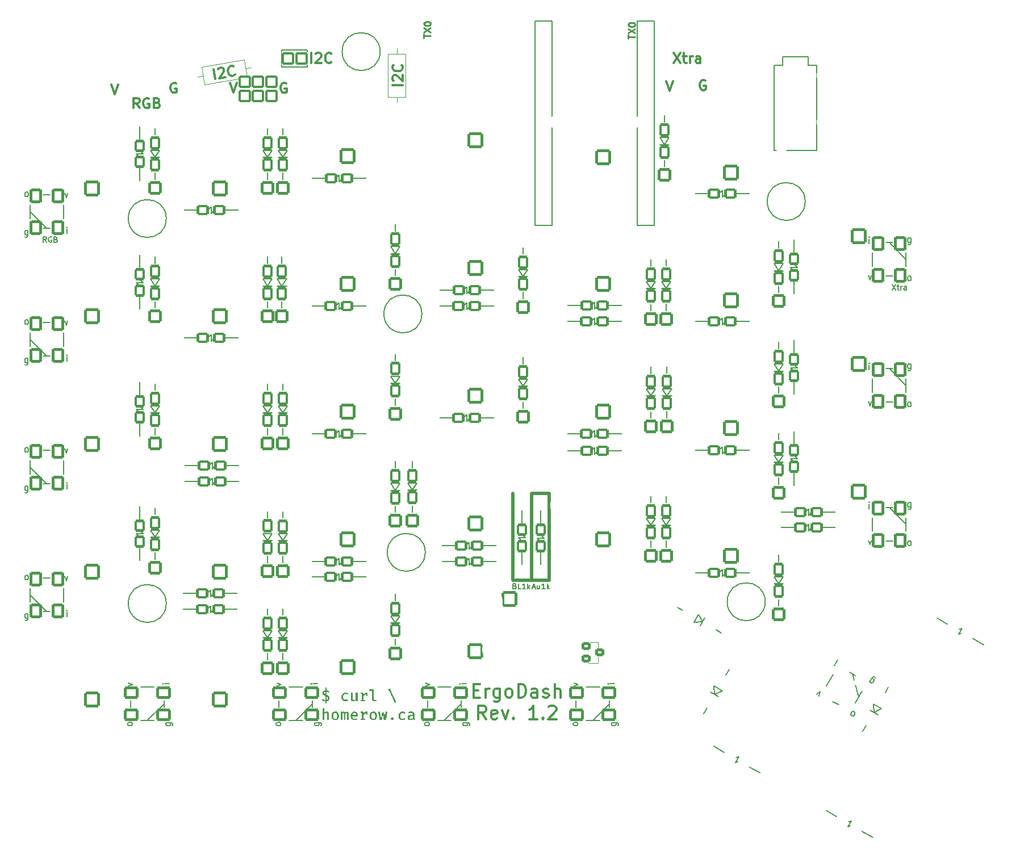
<source format=gto>
G04 #@! TF.GenerationSoftware,KiCad,Pcbnew,(6.0.0)*
G04 #@! TF.CreationDate,2022-02-07T00:58:47-05:00*
G04 #@! TF.ProjectId,ergodash,6572676f-6461-4736-982e-6b696361645f,2.0*
G04 #@! TF.SameCoordinates,Original*
G04 #@! TF.FileFunction,Legend,Top*
G04 #@! TF.FilePolarity,Positive*
%FSLAX46Y46*%
G04 Gerber Fmt 4.6, Leading zero omitted, Abs format (unit mm)*
G04 Created by KiCad (PCBNEW (6.0.0)) date 2022-02-07 00:58:47*
%MOMM*%
%LPD*%
G01*
G04 APERTURE LIST*
G04 Aperture macros list*
%AMRoundRect*
0 Rectangle with rounded corners*
0 $1 Rounding radius*
0 $2 $3 $4 $5 $6 $7 $8 $9 X,Y pos of 4 corners*
0 Add a 4 corners polygon primitive as box body*
4,1,4,$2,$3,$4,$5,$6,$7,$8,$9,$2,$3,0*
0 Add four circle primitives for the rounded corners*
1,1,$1+$1,$2,$3*
1,1,$1+$1,$4,$5*
1,1,$1+$1,$6,$7*
1,1,$1+$1,$8,$9*
0 Add four rect primitives between the rounded corners*
20,1,$1+$1,$2,$3,$4,$5,0*
20,1,$1+$1,$4,$5,$6,$7,0*
20,1,$1+$1,$6,$7,$8,$9,0*
20,1,$1+$1,$8,$9,$2,$3,0*%
%AMHorizOval*
0 Thick line with rounded ends*
0 $1 width*
0 $2 $3 position (X,Y) of the first rounded end (center of the circle)*
0 $4 $5 position (X,Y) of the second rounded end (center of the circle)*
0 Add line between two ends*
20,1,$1,$2,$3,$4,$5,0*
0 Add two circle primitives to create the rounded ends*
1,1,$1,$2,$3*
1,1,$1,$4,$5*%
%AMRotRect*
0 Rectangle, with rotation*
0 The origin of the aperture is its center*
0 $1 length*
0 $2 width*
0 $3 Rotation angle, in degrees counterclockwise*
0 Add horizontal line*
21,1,$1,$2,0,0,$3*%
G04 Aperture macros list end*
%ADD10C,0.500000*%
%ADD11C,0.200000*%
%ADD12C,0.300000*%
%ADD13C,0.250000*%
%ADD14C,0.150000*%
%ADD15C,0.120000*%
%ADD16C,1.210000*%
%ADD17O,1.300000X2.200000*%
%ADD18R,1.905000X1.905000*%
%ADD19C,1.905000*%
%ADD20RotRect,1.905000X1.905000X60.000000*%
%ADD21C,1.524000*%
%ADD22C,1.900000*%
%ADD23C,4.000000*%
%ADD24C,1.700000*%
%ADD25HorizOval,2.400000X0.578509X0.689440X-0.578509X-0.689440X0*%
%ADD26O,2.300000X3.337000*%
%ADD27HorizOval,2.400000X0.578509X-0.689440X-0.578509X0.689440X0*%
%ADD28HorizOval,2.400000X0.307818X-0.845723X-0.307818X0.845723X0*%
%ADD29HorizOval,2.300000X-0.449034X0.259250X0.449034X-0.259250X0*%
%ADD30HorizOval,2.400000X-0.886327X-0.156283X0.886327X0.156283X0*%
%ADD31HorizOval,2.400000X-0.307818X0.845723X0.307818X-0.845723X0*%
%ADD32HorizOval,2.400000X0.886327X0.156283X-0.886327X-0.156283X0*%
%ADD33HorizOval,2.400000X-0.578509X-0.689440X0.578509X0.689440X0*%
%ADD34HorizOval,2.400000X-0.578509X0.689440X0.578509X-0.689440X0*%
%ADD35RotRect,1.905000X1.905000X240.000000*%
%ADD36C,2.000000*%
%ADD37HorizOval,2.000000X0.000000X0.000000X0.000000X0.000000X0*%
%ADD38O,2.000000X2.000000*%
%ADD39C,1.924000*%
%ADD40C,2.200000*%
%ADD41C,5.400000*%
%ADD42RoundRect,0.200000X-0.762000X-0.762000X0.762000X-0.762000X0.762000X0.762000X-0.762000X0.762000X0*%
%ADD43C,1.610000*%
%ADD44O,1.700000X2.600000*%
%ADD45RoundRect,0.200000X-0.600000X0.700000X-0.600000X-0.700000X0.600000X-0.700000X0.600000X0.700000X0*%
%ADD46RoundRect,0.200000X0.700000X0.600000X-0.700000X0.600000X-0.700000X-0.600000X0.700000X-0.600000X0*%
%ADD47RoundRect,0.200000X-0.700000X-0.600000X0.700000X-0.600000X0.700000X0.600000X-0.700000X0.600000X0*%
%ADD48RoundRect,0.200000X0.600000X-0.700000X0.600000X0.700000X-0.600000X0.700000X-0.600000X-0.700000X0*%
%ADD49RoundRect,0.200000X-0.906218X-0.169615X0.306218X-0.869615X0.906218X0.169615X-0.306218X0.869615X0*%
%ADD50HorizOval,2.000000X0.000000X0.000000X0.000000X0.000000X0*%
%ADD51RoundRect,0.200000X-0.952500X-0.952500X0.952500X-0.952500X0.952500X0.952500X-0.952500X0.952500X0*%
%ADD52C,2.305000*%
%ADD53RoundRect,0.200000X0.348639X-1.301139X1.301139X0.348639X-0.348639X1.301139X-1.301139X-0.348639X0*%
%ADD54RoundRect,0.200000X0.952500X0.952500X-0.952500X0.952500X-0.952500X-0.952500X0.952500X-0.952500X0*%
%ADD55RoundRect,0.200000X0.292820X-1.092820X1.092820X0.292820X-0.292820X1.092820X-1.092820X-0.292820X0*%
%ADD56RoundRect,0.200000X0.119615X-0.992820X0.919615X0.392820X-0.119615X0.992820X-0.919615X-0.392820X0*%
%ADD57HorizOval,2.000000X0.000000X0.000000X0.000000X0.000000X0*%
%ADD58RoundRect,0.200000X-0.450000X-0.400000X0.450000X-0.400000X0.450000X0.400000X-0.450000X0.400000X0*%
%ADD59C,2.300000*%
%ADD60C,4.400000*%
%ADD61C,2.100000*%
%ADD62HorizOval,2.800000X0.578509X0.689440X-0.578509X-0.689440X0*%
%ADD63O,2.700000X3.737000*%
%ADD64HorizOval,2.800000X0.578509X-0.689440X-0.578509X0.689440X0*%
%ADD65HorizOval,2.800000X0.307818X-0.845723X-0.307818X0.845723X0*%
%ADD66HorizOval,2.700000X-0.449034X0.259250X0.449034X-0.259250X0*%
%ADD67HorizOval,2.800000X-0.886327X-0.156283X0.886327X0.156283X0*%
%ADD68HorizOval,2.800000X-0.307818X0.845723X0.307818X-0.845723X0*%
%ADD69HorizOval,2.800000X0.886327X0.156283X-0.886327X-0.156283X0*%
%ADD70HorizOval,2.800000X-0.578509X-0.689440X0.578509X0.689440X0*%
%ADD71HorizOval,2.800000X-0.578509X0.689440X0.578509X-0.689440X0*%
%ADD72RoundRect,0.200000X-0.348639X1.301139X-1.301139X-0.348639X0.348639X-1.301139X1.301139X0.348639X0*%
%ADD73RoundRect,0.200000X0.906218X0.169615X-0.306218X0.869615X-0.906218X-0.169615X0.306218X-0.869615X0*%
%ADD74HorizOval,2.000000X0.000000X0.000000X0.000000X0.000000X0*%
%ADD75RoundRect,0.200000X0.600000X-0.800000X0.600000X0.800000X-0.600000X0.800000X-0.600000X-0.800000X0*%
%ADD76RoundRect,0.200000X0.800000X-0.800000X0.800000X0.800000X-0.800000X0.800000X-0.800000X-0.800000X0*%
%ADD77RoundRect,0.200000X0.992820X0.119615X-0.392820X0.919615X-0.992820X-0.119615X0.392820X-0.919615X0*%
%ADD78RoundRect,0.200000X1.092820X0.292820X-0.292820X1.092820X-1.092820X-0.292820X0.292820X-1.092820X0*%
%ADD79C,3.448000*%
%ADD80C,4.387800*%
%ADD81RoundRect,0.200000X-0.700000X-0.900000X0.700000X-0.900000X0.700000X0.900000X-0.700000X0.900000X0*%
%ADD82RoundRect,0.200000X0.900000X-0.700000X0.900000X0.700000X-0.900000X0.700000X-0.900000X-0.700000X0*%
%ADD83RoundRect,0.200000X1.056218X0.429423X-0.156218X1.129423X-1.056218X-0.429423X0.156218X-1.129423X0*%
%ADD84RoundRect,0.200000X0.700000X0.900000X-0.700000X0.900000X-0.700000X-0.900000X0.700000X-0.900000X0*%
G04 APERTURE END LIST*
D10*
X151003000Y-121539000D02*
X151003000Y-108585000D01*
X153924000Y-108585000D02*
X156464000Y-108585000D01*
X151003000Y-121539000D02*
X156464000Y-121539000D01*
X153797000Y-121539000D02*
X153797000Y-108585000D01*
X156464000Y-108585000D02*
X156464000Y-121539000D01*
D11*
X153936857Y-122561333D02*
X154317809Y-122561333D01*
X153860666Y-122789904D02*
X154127333Y-121989904D01*
X154394000Y-122789904D01*
X155003523Y-122256571D02*
X155003523Y-122789904D01*
X154660666Y-122256571D02*
X154660666Y-122675619D01*
X154698761Y-122751809D01*
X154774952Y-122789904D01*
X154889238Y-122789904D01*
X154965428Y-122751809D01*
X155003523Y-122713714D01*
X155803523Y-122789904D02*
X155346380Y-122789904D01*
X155574952Y-122789904D02*
X155574952Y-121989904D01*
X155498761Y-122104190D01*
X155422571Y-122180380D01*
X155346380Y-122218476D01*
X156146380Y-122789904D02*
X156146380Y-121989904D01*
X156222571Y-122485142D02*
X156451142Y-122789904D01*
X156451142Y-122256571D02*
X156146380Y-122561333D01*
D12*
X134568755Y-47672202D02*
X133068755Y-47672202D01*
X133211612Y-47029345D02*
X133140184Y-46957917D01*
X133068755Y-46815059D01*
X133068755Y-46457917D01*
X133140184Y-46315059D01*
X133211612Y-46243631D01*
X133354469Y-46172202D01*
X133497326Y-46172202D01*
X133711612Y-46243631D01*
X134568755Y-47100774D01*
X134568755Y-46172202D01*
X134425898Y-44672202D02*
X134497326Y-44743631D01*
X134568755Y-44957917D01*
X134568755Y-45100774D01*
X134497326Y-45315059D01*
X134354469Y-45457917D01*
X134211612Y-45529345D01*
X133925898Y-45600774D01*
X133711612Y-45600774D01*
X133425898Y-45529345D01*
X133283041Y-45457917D01*
X133140184Y-45315059D01*
X133068755Y-45100774D01*
X133068755Y-44957917D01*
X133140184Y-44743631D01*
X133211612Y-44672202D01*
X106657976Y-46749449D02*
X106397504Y-45272238D01*
X107055402Y-45301294D02*
X107113342Y-45218547D01*
X107241625Y-45123397D01*
X107593342Y-45061379D01*
X107746432Y-45106916D01*
X107829179Y-45164856D01*
X107924329Y-45293139D01*
X107949136Y-45433826D01*
X107916003Y-45657260D01*
X107220724Y-46650222D01*
X108135188Y-46488977D01*
X109587593Y-46087818D02*
X109529653Y-46170565D01*
X109331026Y-46278119D01*
X109190339Y-46302926D01*
X108966905Y-46269792D01*
X108801412Y-46153913D01*
X108706261Y-46025629D01*
X108586304Y-45756659D01*
X108549094Y-45545629D01*
X108569824Y-45251852D01*
X108615360Y-45098761D01*
X108731240Y-44933268D01*
X108929867Y-44825714D01*
X109070554Y-44800907D01*
X109293987Y-44834040D01*
X109376734Y-44891980D01*
D11*
X151301571Y-122370857D02*
X151415857Y-122408952D01*
X151453952Y-122447047D01*
X151492047Y-122523238D01*
X151492047Y-122637523D01*
X151453952Y-122713714D01*
X151415857Y-122751809D01*
X151339666Y-122789904D01*
X151034904Y-122789904D01*
X151034904Y-121989904D01*
X151301571Y-121989904D01*
X151377761Y-122028000D01*
X151415857Y-122066095D01*
X151453952Y-122142285D01*
X151453952Y-122218476D01*
X151415857Y-122294666D01*
X151377761Y-122332761D01*
X151301571Y-122370857D01*
X151034904Y-122370857D01*
X152215857Y-122789904D02*
X151834904Y-122789904D01*
X151834904Y-121989904D01*
X152901571Y-122789904D02*
X152444428Y-122789904D01*
X152673000Y-122789904D02*
X152673000Y-121989904D01*
X152596809Y-122104190D01*
X152520619Y-122180380D01*
X152444428Y-122218476D01*
X153244428Y-122789904D02*
X153244428Y-121989904D01*
X153320619Y-122485142D02*
X153549190Y-122789904D01*
X153549190Y-122256571D02*
X153244428Y-122561333D01*
D12*
X173871000Y-47057571D02*
X174371000Y-48557571D01*
X174871000Y-47057571D01*
X100849857Y-47383000D02*
X100707000Y-47311571D01*
X100492714Y-47311571D01*
X100278428Y-47383000D01*
X100135571Y-47525857D01*
X100064142Y-47668714D01*
X99992714Y-47954428D01*
X99992714Y-48168714D01*
X100064142Y-48454428D01*
X100135571Y-48597285D01*
X100278428Y-48740142D01*
X100492714Y-48811571D01*
X100635571Y-48811571D01*
X100849857Y-48740142D01*
X100921285Y-48668714D01*
X100921285Y-48168714D01*
X100635571Y-48168714D01*
D13*
X168235380Y-40735095D02*
X168235380Y-40163666D01*
X169235380Y-40449380D02*
X168235380Y-40449380D01*
X168235380Y-39925571D02*
X169235380Y-39258904D01*
X168235380Y-39258904D02*
X169235380Y-39925571D01*
X168235380Y-38687476D02*
X168235380Y-38592238D01*
X168283000Y-38497000D01*
X168330619Y-38449380D01*
X168425857Y-38401761D01*
X168616333Y-38354142D01*
X168854428Y-38354142D01*
X169044904Y-38401761D01*
X169140142Y-38449380D01*
X169187761Y-38497000D01*
X169235380Y-38592238D01*
X169235380Y-38687476D01*
X169187761Y-38782714D01*
X169140142Y-38830333D01*
X169044904Y-38877952D01*
X168854428Y-38925571D01*
X168616333Y-38925571D01*
X168425857Y-38877952D01*
X168330619Y-38830333D01*
X168283000Y-38782714D01*
X168235380Y-38687476D01*
D11*
X81489619Y-71100904D02*
X81222952Y-70719952D01*
X81032476Y-71100904D02*
X81032476Y-70300904D01*
X81337238Y-70300904D01*
X81413428Y-70339000D01*
X81451523Y-70377095D01*
X81489619Y-70453285D01*
X81489619Y-70567571D01*
X81451523Y-70643761D01*
X81413428Y-70681857D01*
X81337238Y-70719952D01*
X81032476Y-70719952D01*
X82251523Y-70339000D02*
X82175333Y-70300904D01*
X82061047Y-70300904D01*
X81946761Y-70339000D01*
X81870571Y-70415190D01*
X81832476Y-70491380D01*
X81794380Y-70643761D01*
X81794380Y-70758047D01*
X81832476Y-70910428D01*
X81870571Y-70986619D01*
X81946761Y-71062809D01*
X82061047Y-71100904D01*
X82137238Y-71100904D01*
X82251523Y-71062809D01*
X82289619Y-71024714D01*
X82289619Y-70758047D01*
X82137238Y-70758047D01*
X82899142Y-70681857D02*
X83013428Y-70719952D01*
X83051523Y-70758047D01*
X83089619Y-70834238D01*
X83089619Y-70948523D01*
X83051523Y-71024714D01*
X83013428Y-71062809D01*
X82937238Y-71100904D01*
X82632476Y-71100904D01*
X82632476Y-70300904D01*
X82899142Y-70300904D01*
X82975333Y-70339000D01*
X83013428Y-70377095D01*
X83051523Y-70453285D01*
X83051523Y-70529476D01*
X83013428Y-70605666D01*
X82975333Y-70643761D01*
X82899142Y-70681857D01*
X82632476Y-70681857D01*
D12*
X120963714Y-44366571D02*
X120963714Y-42866571D01*
X121606571Y-43009428D02*
X121678000Y-42938000D01*
X121820857Y-42866571D01*
X122178000Y-42866571D01*
X122320857Y-42938000D01*
X122392285Y-43009428D01*
X122463714Y-43152285D01*
X122463714Y-43295142D01*
X122392285Y-43509428D01*
X121535142Y-44366571D01*
X122463714Y-44366571D01*
X123963714Y-44223714D02*
X123892285Y-44295142D01*
X123678000Y-44366571D01*
X123535142Y-44366571D01*
X123320857Y-44295142D01*
X123178000Y-44152285D01*
X123106571Y-44009428D01*
X123035142Y-43723714D01*
X123035142Y-43509428D01*
X123106571Y-43223714D01*
X123178000Y-43080857D01*
X123320857Y-42938000D01*
X123535142Y-42866571D01*
X123678000Y-42866571D01*
X123892285Y-42938000D01*
X123963714Y-43009428D01*
X117232857Y-47383000D02*
X117090000Y-47311571D01*
X116875714Y-47311571D01*
X116661428Y-47383000D01*
X116518571Y-47525857D01*
X116447142Y-47668714D01*
X116375714Y-47954428D01*
X116375714Y-48168714D01*
X116447142Y-48454428D01*
X116518571Y-48597285D01*
X116661428Y-48740142D01*
X116875714Y-48811571D01*
X117018571Y-48811571D01*
X117232857Y-48740142D01*
X117304285Y-48668714D01*
X117304285Y-48168714D01*
X117018571Y-48168714D01*
X108847000Y-47311571D02*
X109347000Y-48811571D01*
X109847000Y-47311571D01*
X174966571Y-42866571D02*
X175966571Y-44366571D01*
X175966571Y-42866571D02*
X174966571Y-44366571D01*
X176323714Y-43366571D02*
X176895142Y-43366571D01*
X176538000Y-42866571D02*
X176538000Y-44152285D01*
X176609428Y-44295142D01*
X176752285Y-44366571D01*
X176895142Y-44366571D01*
X177395142Y-44366571D02*
X177395142Y-43366571D01*
X177395142Y-43652285D02*
X177466571Y-43509428D01*
X177538000Y-43438000D01*
X177680857Y-43366571D01*
X177823714Y-43366571D01*
X178966571Y-44366571D02*
X178966571Y-43580857D01*
X178895142Y-43438000D01*
X178752285Y-43366571D01*
X178466571Y-43366571D01*
X178323714Y-43438000D01*
X178966571Y-44295142D02*
X178823714Y-44366571D01*
X178466571Y-44366571D01*
X178323714Y-44295142D01*
X178252285Y-44152285D01*
X178252285Y-44009428D01*
X178323714Y-43866571D01*
X178466571Y-43795142D01*
X178823714Y-43795142D01*
X178966571Y-43723714D01*
X179716857Y-47002000D02*
X179574000Y-46930571D01*
X179359714Y-46930571D01*
X179145428Y-47002000D01*
X179002571Y-47144857D01*
X178931142Y-47287714D01*
X178859714Y-47573428D01*
X178859714Y-47787714D01*
X178931142Y-48073428D01*
X179002571Y-48216285D01*
X179145428Y-48359142D01*
X179359714Y-48430571D01*
X179502571Y-48430571D01*
X179716857Y-48359142D01*
X179788285Y-48287714D01*
X179788285Y-47787714D01*
X179502571Y-47787714D01*
X92194000Y-47565571D02*
X91694000Y-49065571D01*
X91194000Y-47565571D01*
X95357285Y-51097571D02*
X94857285Y-50383285D01*
X94500142Y-51097571D02*
X94500142Y-49597571D01*
X95071571Y-49597571D01*
X95214428Y-49669000D01*
X95285857Y-49740428D01*
X95357285Y-49883285D01*
X95357285Y-50097571D01*
X95285857Y-50240428D01*
X95214428Y-50311857D01*
X95071571Y-50383285D01*
X94500142Y-50383285D01*
X96785857Y-49669000D02*
X96643000Y-49597571D01*
X96428714Y-49597571D01*
X96214428Y-49669000D01*
X96071571Y-49811857D01*
X96000142Y-49954714D01*
X95928714Y-50240428D01*
X95928714Y-50454714D01*
X96000142Y-50740428D01*
X96071571Y-50883285D01*
X96214428Y-51026142D01*
X96428714Y-51097571D01*
X96571571Y-51097571D01*
X96785857Y-51026142D01*
X96857285Y-50954714D01*
X96857285Y-50454714D01*
X96571571Y-50454714D01*
X98000142Y-50311857D02*
X98214428Y-50383285D01*
X98285857Y-50454714D01*
X98357285Y-50597571D01*
X98357285Y-50811857D01*
X98285857Y-50954714D01*
X98214428Y-51026142D01*
X98071571Y-51097571D01*
X97500142Y-51097571D01*
X97500142Y-49597571D01*
X98000142Y-49597571D01*
X98143000Y-49669000D01*
X98214428Y-49740428D01*
X98285857Y-49883285D01*
X98285857Y-50026142D01*
X98214428Y-50169000D01*
X98143000Y-50240428D01*
X98000142Y-50311857D01*
X97500142Y-50311857D01*
D13*
X137755380Y-40608095D02*
X137755380Y-40036666D01*
X138755380Y-40322380D02*
X137755380Y-40322380D01*
X137755380Y-39798571D02*
X138755380Y-39131904D01*
X137755380Y-39131904D02*
X138755380Y-39798571D01*
X137755380Y-38560476D02*
X137755380Y-38465238D01*
X137803000Y-38370000D01*
X137850619Y-38322380D01*
X137945857Y-38274761D01*
X138136333Y-38227142D01*
X138374428Y-38227142D01*
X138564904Y-38274761D01*
X138660142Y-38322380D01*
X138707761Y-38370000D01*
X138755380Y-38465238D01*
X138755380Y-38560476D01*
X138707761Y-38655714D01*
X138660142Y-38703333D01*
X138564904Y-38750952D01*
X138374428Y-38798571D01*
X138136333Y-38798571D01*
X137945857Y-38750952D01*
X137850619Y-38703333D01*
X137803000Y-38655714D01*
X137755380Y-38560476D01*
D11*
X207556238Y-77412904D02*
X208089571Y-78212904D01*
X208089571Y-77412904D02*
X207556238Y-78212904D01*
X208280047Y-77679571D02*
X208584809Y-77679571D01*
X208394333Y-77412904D02*
X208394333Y-78098619D01*
X208432428Y-78174809D01*
X208508619Y-78212904D01*
X208584809Y-78212904D01*
X208851476Y-78212904D02*
X208851476Y-77679571D01*
X208851476Y-77831952D02*
X208889571Y-77755761D01*
X208927666Y-77717666D01*
X209003857Y-77679571D01*
X209080047Y-77679571D01*
X209689571Y-78212904D02*
X209689571Y-77793857D01*
X209651476Y-77717666D01*
X209575285Y-77679571D01*
X209422904Y-77679571D01*
X209346714Y-77717666D01*
X209689571Y-78174809D02*
X209613380Y-78212904D01*
X209422904Y-78212904D01*
X209346714Y-78174809D01*
X209308619Y-78098619D01*
X209308619Y-78022428D01*
X209346714Y-77946238D01*
X209422904Y-77908142D01*
X209613380Y-77908142D01*
X209689571Y-77870047D01*
D12*
X145161809Y-137947142D02*
X145828476Y-137947142D01*
X146114190Y-138994761D02*
X145161809Y-138994761D01*
X145161809Y-136994761D01*
X146114190Y-136994761D01*
X146971333Y-138994761D02*
X146971333Y-137661428D01*
X146971333Y-138042380D02*
X147066571Y-137851904D01*
X147161809Y-137756666D01*
X147352285Y-137661428D01*
X147542761Y-137661428D01*
X149066571Y-137661428D02*
X149066571Y-139280476D01*
X148971333Y-139470952D01*
X148876095Y-139566190D01*
X148685619Y-139661428D01*
X148399904Y-139661428D01*
X148209428Y-139566190D01*
X149066571Y-138899523D02*
X148876095Y-138994761D01*
X148495142Y-138994761D01*
X148304666Y-138899523D01*
X148209428Y-138804285D01*
X148114190Y-138613809D01*
X148114190Y-138042380D01*
X148209428Y-137851904D01*
X148304666Y-137756666D01*
X148495142Y-137661428D01*
X148876095Y-137661428D01*
X149066571Y-137756666D01*
X150304666Y-138994761D02*
X150114190Y-138899523D01*
X150018952Y-138804285D01*
X149923714Y-138613809D01*
X149923714Y-138042380D01*
X150018952Y-137851904D01*
X150114190Y-137756666D01*
X150304666Y-137661428D01*
X150590380Y-137661428D01*
X150780857Y-137756666D01*
X150876095Y-137851904D01*
X150971333Y-138042380D01*
X150971333Y-138613809D01*
X150876095Y-138804285D01*
X150780857Y-138899523D01*
X150590380Y-138994761D01*
X150304666Y-138994761D01*
X151828476Y-138994761D02*
X151828476Y-136994761D01*
X152304666Y-136994761D01*
X152590380Y-137090000D01*
X152780857Y-137280476D01*
X152876095Y-137470952D01*
X152971333Y-137851904D01*
X152971333Y-138137619D01*
X152876095Y-138518571D01*
X152780857Y-138709047D01*
X152590380Y-138899523D01*
X152304666Y-138994761D01*
X151828476Y-138994761D01*
X154685619Y-138994761D02*
X154685619Y-137947142D01*
X154590380Y-137756666D01*
X154399904Y-137661428D01*
X154018952Y-137661428D01*
X153828476Y-137756666D01*
X154685619Y-138899523D02*
X154495142Y-138994761D01*
X154018952Y-138994761D01*
X153828476Y-138899523D01*
X153733238Y-138709047D01*
X153733238Y-138518571D01*
X153828476Y-138328095D01*
X154018952Y-138232857D01*
X154495142Y-138232857D01*
X154685619Y-138137619D01*
X155542761Y-138899523D02*
X155733238Y-138994761D01*
X156114190Y-138994761D01*
X156304666Y-138899523D01*
X156399904Y-138709047D01*
X156399904Y-138613809D01*
X156304666Y-138423333D01*
X156114190Y-138328095D01*
X155828476Y-138328095D01*
X155638000Y-138232857D01*
X155542761Y-138042380D01*
X155542761Y-137947142D01*
X155638000Y-137756666D01*
X155828476Y-137661428D01*
X156114190Y-137661428D01*
X156304666Y-137756666D01*
X157257047Y-138994761D02*
X157257047Y-136994761D01*
X158114190Y-138994761D02*
X158114190Y-137947142D01*
X158018952Y-137756666D01*
X157828476Y-137661428D01*
X157542761Y-137661428D01*
X157352285Y-137756666D01*
X157257047Y-137851904D01*
X147018952Y-142214761D02*
X146352285Y-141262380D01*
X145876095Y-142214761D02*
X145876095Y-140214761D01*
X146638000Y-140214761D01*
X146828476Y-140310000D01*
X146923714Y-140405238D01*
X147018952Y-140595714D01*
X147018952Y-140881428D01*
X146923714Y-141071904D01*
X146828476Y-141167142D01*
X146638000Y-141262380D01*
X145876095Y-141262380D01*
X148638000Y-142119523D02*
X148447523Y-142214761D01*
X148066571Y-142214761D01*
X147876095Y-142119523D01*
X147780857Y-141929047D01*
X147780857Y-141167142D01*
X147876095Y-140976666D01*
X148066571Y-140881428D01*
X148447523Y-140881428D01*
X148638000Y-140976666D01*
X148733238Y-141167142D01*
X148733238Y-141357619D01*
X147780857Y-141548095D01*
X149399904Y-140881428D02*
X149876095Y-142214761D01*
X150352285Y-140881428D01*
X151114190Y-142024285D02*
X151209428Y-142119523D01*
X151114190Y-142214761D01*
X151018952Y-142119523D01*
X151114190Y-142024285D01*
X151114190Y-142214761D01*
X154638000Y-142214761D02*
X153495142Y-142214761D01*
X154066571Y-142214761D02*
X154066571Y-140214761D01*
X153876095Y-140500476D01*
X153685619Y-140690952D01*
X153495142Y-140786190D01*
X155495142Y-142024285D02*
X155590380Y-142119523D01*
X155495142Y-142214761D01*
X155399904Y-142119523D01*
X155495142Y-142024285D01*
X155495142Y-142214761D01*
X156352285Y-140405238D02*
X156447523Y-140310000D01*
X156638000Y-140214761D01*
X157114190Y-140214761D01*
X157304666Y-140310000D01*
X157399904Y-140405238D01*
X157495142Y-140595714D01*
X157495142Y-140786190D01*
X157399904Y-141071904D01*
X156257047Y-142214761D01*
X157495142Y-142214761D01*
D14*
X133858095Y-79240380D02*
X133858095Y-80049904D01*
X133905714Y-80145142D01*
X133953333Y-80192761D01*
X134048571Y-80240380D01*
X134239047Y-80240380D01*
X134334285Y-80192761D01*
X134381904Y-80145142D01*
X134429523Y-80049904D01*
X134429523Y-79240380D01*
X135429523Y-80240380D02*
X134858095Y-80240380D01*
X135143809Y-80240380D02*
X135143809Y-79240380D01*
X135048571Y-79383238D01*
X134953333Y-79478476D01*
X134858095Y-79526095D01*
X191008095Y-62476380D02*
X191008095Y-63285904D01*
X191055714Y-63381142D01*
X191103333Y-63428761D01*
X191198571Y-63476380D01*
X191389047Y-63476380D01*
X191484285Y-63428761D01*
X191531904Y-63381142D01*
X191579523Y-63285904D01*
X191579523Y-62476380D01*
X192008095Y-62571619D02*
X192055714Y-62524000D01*
X192150952Y-62476380D01*
X192389047Y-62476380D01*
X192484285Y-62524000D01*
X192531904Y-62571619D01*
X192579523Y-62666857D01*
X192579523Y-62762095D01*
X192531904Y-62904952D01*
X191960476Y-63476380D01*
X192579523Y-63476380D01*
X185039095Y-122166380D02*
X185039095Y-122975904D01*
X185086714Y-123071142D01*
X185134333Y-123118761D01*
X185229571Y-123166380D01*
X185420047Y-123166380D01*
X185515285Y-123118761D01*
X185562904Y-123071142D01*
X185610523Y-122975904D01*
X185610523Y-122166380D01*
X186515285Y-122499714D02*
X186515285Y-123166380D01*
X186277190Y-122118761D02*
X186039095Y-122833047D01*
X186658142Y-122833047D01*
X95758095Y-65016380D02*
X95758095Y-65825904D01*
X95805714Y-65921142D01*
X95853333Y-65968761D01*
X95948571Y-66016380D01*
X96139047Y-66016380D01*
X96234285Y-65968761D01*
X96281904Y-65921142D01*
X96329523Y-65825904D01*
X96329523Y-65016380D01*
X97281904Y-65016380D02*
X96805714Y-65016380D01*
X96758095Y-65492571D01*
X96805714Y-65444952D01*
X96900952Y-65397333D01*
X97139047Y-65397333D01*
X97234285Y-65444952D01*
X97281904Y-65492571D01*
X97329523Y-65587809D01*
X97329523Y-65825904D01*
X97281904Y-65921142D01*
X97234285Y-65968761D01*
X97139047Y-66016380D01*
X96900952Y-66016380D01*
X96805714Y-65968761D01*
X96758095Y-65921142D01*
X95758095Y-122420380D02*
X95758095Y-123229904D01*
X95805714Y-123325142D01*
X95853333Y-123372761D01*
X95948571Y-123420380D01*
X96139047Y-123420380D01*
X96234285Y-123372761D01*
X96281904Y-123325142D01*
X96329523Y-123229904D01*
X96329523Y-122420380D01*
X96710476Y-122420380D02*
X97377142Y-122420380D01*
X96948571Y-123420380D01*
X134366095Y-114800380D02*
X134366095Y-115609904D01*
X134413714Y-115705142D01*
X134461333Y-115752761D01*
X134556571Y-115800380D01*
X134747047Y-115800380D01*
X134842285Y-115752761D01*
X134889904Y-115705142D01*
X134937523Y-115609904D01*
X134937523Y-114800380D01*
X135556571Y-115228952D02*
X135461333Y-115181333D01*
X135413714Y-115133714D01*
X135366095Y-115038476D01*
X135366095Y-114990857D01*
X135413714Y-114895619D01*
X135461333Y-114848000D01*
X135556571Y-114800380D01*
X135747047Y-114800380D01*
X135842285Y-114848000D01*
X135889904Y-114895619D01*
X135937523Y-114990857D01*
X135937523Y-115038476D01*
X135889904Y-115133714D01*
X135842285Y-115181333D01*
X135747047Y-115228952D01*
X135556571Y-115228952D01*
X135461333Y-115276571D01*
X135413714Y-115324190D01*
X135366095Y-115419428D01*
X135366095Y-115609904D01*
X135413714Y-115705142D01*
X135461333Y-115752761D01*
X135556571Y-115800380D01*
X135747047Y-115800380D01*
X135842285Y-115752761D01*
X135889904Y-115705142D01*
X135937523Y-115609904D01*
X135937523Y-115419428D01*
X135889904Y-115324190D01*
X135842285Y-115276571D01*
X135747047Y-115228952D01*
X127635095Y-40124380D02*
X127635095Y-40933904D01*
X127682714Y-41029142D01*
X127730333Y-41076761D01*
X127825571Y-41124380D01*
X128016047Y-41124380D01*
X128111285Y-41076761D01*
X128158904Y-41029142D01*
X128206523Y-40933904D01*
X128206523Y-40124380D01*
X128730333Y-41124380D02*
X128920809Y-41124380D01*
X129016047Y-41076761D01*
X129063666Y-41029142D01*
X129158904Y-40886285D01*
X129206523Y-40695809D01*
X129206523Y-40314857D01*
X129158904Y-40219619D01*
X129111285Y-40172000D01*
X129016047Y-40124380D01*
X128825571Y-40124380D01*
X128730333Y-40172000D01*
X128682714Y-40219619D01*
X128635095Y-40314857D01*
X128635095Y-40552952D01*
X128682714Y-40648190D01*
X128730333Y-40695809D01*
X128825571Y-40743428D01*
X129016047Y-40743428D01*
X129111285Y-40695809D01*
X129158904Y-40648190D01*
X129206523Y-40552952D01*
X84534000Y-69800380D02*
X84534000Y-69133714D01*
X84534000Y-68800380D02*
X84486380Y-68848000D01*
X84534000Y-68895619D01*
X84581619Y-68848000D01*
X84534000Y-68800380D01*
X84534000Y-68895619D01*
X84195904Y-63733714D02*
X84434000Y-64400380D01*
X84672095Y-63733714D01*
X78748285Y-69333714D02*
X78748285Y-70143238D01*
X78700666Y-70238476D01*
X78653047Y-70286095D01*
X78557809Y-70333714D01*
X78414952Y-70333714D01*
X78319714Y-70286095D01*
X78748285Y-69952761D02*
X78653047Y-70000380D01*
X78462571Y-70000380D01*
X78367333Y-69952761D01*
X78319714Y-69905142D01*
X78272095Y-69809904D01*
X78272095Y-69524190D01*
X78319714Y-69428952D01*
X78367333Y-69381333D01*
X78462571Y-69333714D01*
X78653047Y-69333714D01*
X78748285Y-69381333D01*
X78462571Y-64300380D02*
X78367333Y-64252761D01*
X78319714Y-64205142D01*
X78272095Y-64109904D01*
X78272095Y-63824190D01*
X78319714Y-63728952D01*
X78367333Y-63681333D01*
X78462571Y-63633714D01*
X78605428Y-63633714D01*
X78700666Y-63681333D01*
X78748285Y-63728952D01*
X78795904Y-63824190D01*
X78795904Y-64109904D01*
X78748285Y-64205142D01*
X78700666Y-64252761D01*
X78605428Y-64300380D01*
X78462571Y-64300380D01*
X78748285Y-88383714D02*
X78748285Y-89193238D01*
X78700666Y-89288476D01*
X78653047Y-89336095D01*
X78557809Y-89383714D01*
X78414952Y-89383714D01*
X78319714Y-89336095D01*
X78748285Y-89002761D02*
X78653047Y-89050380D01*
X78462571Y-89050380D01*
X78367333Y-89002761D01*
X78319714Y-88955142D01*
X78272095Y-88859904D01*
X78272095Y-88574190D01*
X78319714Y-88478952D01*
X78367333Y-88431333D01*
X78462571Y-88383714D01*
X78653047Y-88383714D01*
X78748285Y-88431333D01*
X84534000Y-88850380D02*
X84534000Y-88183714D01*
X84534000Y-87850380D02*
X84486380Y-87898000D01*
X84534000Y-87945619D01*
X84581619Y-87898000D01*
X84534000Y-87850380D01*
X84534000Y-87945619D01*
X84195904Y-82783714D02*
X84434000Y-83450380D01*
X84672095Y-82783714D01*
X78462571Y-83350380D02*
X78367333Y-83302761D01*
X78319714Y-83255142D01*
X78272095Y-83159904D01*
X78272095Y-82874190D01*
X78319714Y-82778952D01*
X78367333Y-82731333D01*
X78462571Y-82683714D01*
X78605428Y-82683714D01*
X78700666Y-82731333D01*
X78748285Y-82778952D01*
X78795904Y-82874190D01*
X78795904Y-83159904D01*
X78748285Y-83255142D01*
X78700666Y-83302761D01*
X78605428Y-83350380D01*
X78462571Y-83350380D01*
X84534000Y-107900380D02*
X84534000Y-107233714D01*
X84534000Y-106900380D02*
X84486380Y-106948000D01*
X84534000Y-106995619D01*
X84581619Y-106948000D01*
X84534000Y-106900380D01*
X84534000Y-106995619D01*
X84195904Y-101833714D02*
X84434000Y-102500380D01*
X84672095Y-101833714D01*
X78462571Y-102400380D02*
X78367333Y-102352761D01*
X78319714Y-102305142D01*
X78272095Y-102209904D01*
X78272095Y-101924190D01*
X78319714Y-101828952D01*
X78367333Y-101781333D01*
X78462571Y-101733714D01*
X78605428Y-101733714D01*
X78700666Y-101781333D01*
X78748285Y-101828952D01*
X78795904Y-101924190D01*
X78795904Y-102209904D01*
X78748285Y-102305142D01*
X78700666Y-102352761D01*
X78605428Y-102400380D01*
X78462571Y-102400380D01*
X78748285Y-107433714D02*
X78748285Y-108243238D01*
X78700666Y-108338476D01*
X78653047Y-108386095D01*
X78557809Y-108433714D01*
X78414952Y-108433714D01*
X78319714Y-108386095D01*
X78748285Y-108052761D02*
X78653047Y-108100380D01*
X78462571Y-108100380D01*
X78367333Y-108052761D01*
X78319714Y-108005142D01*
X78272095Y-107909904D01*
X78272095Y-107624190D01*
X78319714Y-107528952D01*
X78367333Y-107481333D01*
X78462571Y-107433714D01*
X78653047Y-107433714D01*
X78748285Y-107481333D01*
X78748285Y-126483714D02*
X78748285Y-127293238D01*
X78700666Y-127388476D01*
X78653047Y-127436095D01*
X78557809Y-127483714D01*
X78414952Y-127483714D01*
X78319714Y-127436095D01*
X78748285Y-127102761D02*
X78653047Y-127150380D01*
X78462571Y-127150380D01*
X78367333Y-127102761D01*
X78319714Y-127055142D01*
X78272095Y-126959904D01*
X78272095Y-126674190D01*
X78319714Y-126578952D01*
X78367333Y-126531333D01*
X78462571Y-126483714D01*
X78653047Y-126483714D01*
X78748285Y-126531333D01*
X84195904Y-120883714D02*
X84434000Y-121550380D01*
X84672095Y-120883714D01*
X78462571Y-121450380D02*
X78367333Y-121402761D01*
X78319714Y-121355142D01*
X78272095Y-121259904D01*
X78272095Y-120974190D01*
X78319714Y-120878952D01*
X78367333Y-120831333D01*
X78462571Y-120783714D01*
X78605428Y-120783714D01*
X78700666Y-120831333D01*
X78748285Y-120878952D01*
X78795904Y-120974190D01*
X78795904Y-121259904D01*
X78748285Y-121355142D01*
X78700666Y-121402761D01*
X78605428Y-121450380D01*
X78462571Y-121450380D01*
X84534000Y-126950380D02*
X84534000Y-126283714D01*
X84534000Y-125950380D02*
X84486380Y-125998000D01*
X84534000Y-126045619D01*
X84581619Y-125998000D01*
X84534000Y-125950380D01*
X84534000Y-126045619D01*
X99305714Y-142739714D02*
X100115238Y-142739714D01*
X100210476Y-142787333D01*
X100258095Y-142834952D01*
X100305714Y-142930190D01*
X100305714Y-143073047D01*
X100258095Y-143168285D01*
X99924761Y-142739714D02*
X99972380Y-142834952D01*
X99972380Y-143025428D01*
X99924761Y-143120666D01*
X99877142Y-143168285D01*
X99781904Y-143215904D01*
X99496190Y-143215904D01*
X99400952Y-143168285D01*
X99353333Y-143120666D01*
X99305714Y-143025428D01*
X99305714Y-142834952D01*
X99353333Y-142739714D01*
X93705714Y-137292095D02*
X94372380Y-137054000D01*
X93705714Y-136815904D01*
X94272380Y-143025428D02*
X94224761Y-143120666D01*
X94177142Y-143168285D01*
X94081904Y-143215904D01*
X93796190Y-143215904D01*
X93700952Y-143168285D01*
X93653333Y-143120666D01*
X93605714Y-143025428D01*
X93605714Y-142882571D01*
X93653333Y-142787333D01*
X93700952Y-142739714D01*
X93796190Y-142692095D01*
X94081904Y-142692095D01*
X94177142Y-142739714D01*
X94224761Y-142787333D01*
X94272380Y-142882571D01*
X94272380Y-143025428D01*
X99772380Y-136954000D02*
X99105714Y-136954000D01*
X98772380Y-136954000D02*
X98820000Y-137001619D01*
X98867619Y-136954000D01*
X98820000Y-136906380D01*
X98772380Y-136954000D01*
X98867619Y-136954000D01*
X121446047Y-142739714D02*
X122255571Y-142739714D01*
X122350809Y-142787333D01*
X122398428Y-142834952D01*
X122446047Y-142930190D01*
X122446047Y-143073047D01*
X122398428Y-143168285D01*
X122065094Y-142739714D02*
X122112713Y-142834952D01*
X122112713Y-143025428D01*
X122065094Y-143120666D01*
X122017475Y-143168285D01*
X121922237Y-143215904D01*
X121636523Y-143215904D01*
X121541285Y-143168285D01*
X121493666Y-143120666D01*
X121446047Y-143025428D01*
X121446047Y-142834952D01*
X121493666Y-142739714D01*
X115846047Y-137292095D02*
X116512713Y-137054000D01*
X115846047Y-136815904D01*
X121912713Y-136954000D02*
X121246047Y-136954000D01*
X120912713Y-136954000D02*
X120960333Y-137001619D01*
X121007952Y-136954000D01*
X120960333Y-136906380D01*
X120912713Y-136954000D01*
X121007952Y-136954000D01*
X116412713Y-143025428D02*
X116365094Y-143120666D01*
X116317475Y-143168285D01*
X116222237Y-143215904D01*
X115936523Y-143215904D01*
X115841285Y-143168285D01*
X115793666Y-143120666D01*
X115746047Y-143025428D01*
X115746047Y-142882571D01*
X115793666Y-142787333D01*
X115841285Y-142739714D01*
X115936523Y-142692095D01*
X116222237Y-142692095D01*
X116317475Y-142739714D01*
X116365094Y-142787333D01*
X116412713Y-142882571D01*
X116412713Y-143025428D01*
X144053047Y-136954000D02*
X143386381Y-136954000D01*
X143053047Y-136954000D02*
X143100667Y-137001619D01*
X143148286Y-136954000D01*
X143100667Y-136906380D01*
X143053047Y-136954000D01*
X143148286Y-136954000D01*
X138553047Y-143025428D02*
X138505428Y-143120666D01*
X138457809Y-143168285D01*
X138362571Y-143215904D01*
X138076857Y-143215904D01*
X137981619Y-143168285D01*
X137934000Y-143120666D01*
X137886381Y-143025428D01*
X137886381Y-142882571D01*
X137934000Y-142787333D01*
X137981619Y-142739714D01*
X138076857Y-142692095D01*
X138362571Y-142692095D01*
X138457809Y-142739714D01*
X138505428Y-142787333D01*
X138553047Y-142882571D01*
X138553047Y-143025428D01*
X137986381Y-137292095D02*
X138653047Y-137054000D01*
X137986381Y-136815904D01*
X143586381Y-142739714D02*
X144395905Y-142739714D01*
X144491143Y-142787333D01*
X144538762Y-142834952D01*
X144586381Y-142930190D01*
X144586381Y-143073047D01*
X144538762Y-143168285D01*
X144205428Y-142739714D02*
X144253047Y-142834952D01*
X144253047Y-143025428D01*
X144205428Y-143120666D01*
X144157809Y-143168285D01*
X144062571Y-143215904D01*
X143776857Y-143215904D01*
X143681619Y-143168285D01*
X143634000Y-143120666D01*
X143586381Y-143025428D01*
X143586381Y-142834952D01*
X143634000Y-142739714D01*
X165726714Y-142739714D02*
X166536238Y-142739714D01*
X166631476Y-142787333D01*
X166679095Y-142834952D01*
X166726714Y-142930190D01*
X166726714Y-143073047D01*
X166679095Y-143168285D01*
X166345761Y-142739714D02*
X166393380Y-142834952D01*
X166393380Y-143025428D01*
X166345761Y-143120666D01*
X166298142Y-143168285D01*
X166202904Y-143215904D01*
X165917190Y-143215904D01*
X165821952Y-143168285D01*
X165774333Y-143120666D01*
X165726714Y-143025428D01*
X165726714Y-142834952D01*
X165774333Y-142739714D01*
X160693380Y-143025428D02*
X160645761Y-143120666D01*
X160598142Y-143168285D01*
X160502904Y-143215904D01*
X160217190Y-143215904D01*
X160121952Y-143168285D01*
X160074333Y-143120666D01*
X160026714Y-143025428D01*
X160026714Y-142882571D01*
X160074333Y-142787333D01*
X160121952Y-142739714D01*
X160217190Y-142692095D01*
X160502904Y-142692095D01*
X160598142Y-142739714D01*
X160645761Y-142787333D01*
X160693380Y-142882571D01*
X160693380Y-143025428D01*
X160126714Y-137292095D02*
X160793380Y-137054000D01*
X160126714Y-136815904D01*
X166193380Y-136954000D02*
X165526714Y-136954000D01*
X165193380Y-136954000D02*
X165241000Y-137001619D01*
X165288619Y-136954000D01*
X165241000Y-136906380D01*
X165193380Y-136954000D01*
X165288619Y-136954000D01*
X196693579Y-138774290D02*
X196820716Y-138077892D01*
X196281186Y-138536195D01*
X201942125Y-141150209D02*
X202000794Y-141239068D01*
X202018224Y-141304117D01*
X202011844Y-141410405D01*
X201868987Y-141657841D01*
X201780129Y-141716510D01*
X201715080Y-141733939D01*
X201608792Y-141727560D01*
X201485074Y-141656131D01*
X201426405Y-141567273D01*
X201408975Y-141502224D01*
X201415355Y-141395936D01*
X201558212Y-141148500D01*
X201647070Y-141089831D01*
X201712119Y-141072401D01*
X201818407Y-141078781D01*
X201942125Y-141150209D01*
X204211356Y-136648358D02*
X204616118Y-135947289D01*
X204704976Y-135888620D01*
X204770025Y-135871190D01*
X204876313Y-135877570D01*
X205000031Y-135948999D01*
X205058700Y-136037857D01*
X204520880Y-136112247D02*
X204627168Y-136118626D01*
X204792125Y-136213864D01*
X204850794Y-136302723D01*
X204868224Y-136367772D01*
X204861844Y-136474060D01*
X204718987Y-136721496D01*
X204630129Y-136780165D01*
X204565080Y-136797594D01*
X204458792Y-136791215D01*
X204293834Y-136695977D01*
X204235165Y-136607118D01*
X199434114Y-133351355D02*
X199100781Y-133928705D01*
X198934114Y-134217381D02*
X198999163Y-134199951D01*
X198981733Y-134134902D01*
X198916684Y-134152332D01*
X198934114Y-134217381D01*
X198981733Y-134134902D01*
X203998904Y-115542714D02*
X204237000Y-116209380D01*
X204475095Y-115542714D01*
X210351285Y-109942714D02*
X210351285Y-110752238D01*
X210303666Y-110847476D01*
X210256047Y-110895095D01*
X210160809Y-110942714D01*
X210017952Y-110942714D01*
X209922714Y-110895095D01*
X210351285Y-110561761D02*
X210256047Y-110609380D01*
X210065571Y-110609380D01*
X209970333Y-110561761D01*
X209922714Y-110514142D01*
X209875095Y-110418904D01*
X209875095Y-110133190D01*
X209922714Y-110037952D01*
X209970333Y-109990333D01*
X210065571Y-109942714D01*
X210256047Y-109942714D01*
X210351285Y-109990333D01*
X204137000Y-110809380D02*
X204137000Y-110142714D01*
X204137000Y-109809380D02*
X204089380Y-109857000D01*
X204137000Y-109904619D01*
X204184619Y-109857000D01*
X204137000Y-109809380D01*
X204137000Y-109904619D01*
X210065571Y-116309380D02*
X209970333Y-116261761D01*
X209922714Y-116214142D01*
X209875095Y-116118904D01*
X209875095Y-115833190D01*
X209922714Y-115737952D01*
X209970333Y-115690333D01*
X210065571Y-115642714D01*
X210208428Y-115642714D01*
X210303666Y-115690333D01*
X210351285Y-115737952D01*
X210398904Y-115833190D01*
X210398904Y-116118904D01*
X210351285Y-116214142D01*
X210303666Y-116261761D01*
X210208428Y-116309380D01*
X210065571Y-116309380D01*
X210065571Y-95608380D02*
X209970333Y-95560761D01*
X209922714Y-95513142D01*
X209875095Y-95417904D01*
X209875095Y-95132190D01*
X209922714Y-95036952D01*
X209970333Y-94989333D01*
X210065571Y-94941714D01*
X210208428Y-94941714D01*
X210303666Y-94989333D01*
X210351285Y-95036952D01*
X210398904Y-95132190D01*
X210398904Y-95417904D01*
X210351285Y-95513142D01*
X210303666Y-95560761D01*
X210208428Y-95608380D01*
X210065571Y-95608380D01*
X203998904Y-94841714D02*
X204237000Y-95508380D01*
X204475095Y-94841714D01*
X210351285Y-89241714D02*
X210351285Y-90051238D01*
X210303666Y-90146476D01*
X210256047Y-90194095D01*
X210160809Y-90241714D01*
X210017952Y-90241714D01*
X209922714Y-90194095D01*
X210351285Y-89860761D02*
X210256047Y-89908380D01*
X210065571Y-89908380D01*
X209970333Y-89860761D01*
X209922714Y-89813142D01*
X209875095Y-89717904D01*
X209875095Y-89432190D01*
X209922714Y-89336952D01*
X209970333Y-89289333D01*
X210065571Y-89241714D01*
X210256047Y-89241714D01*
X210351285Y-89289333D01*
X204137000Y-90108380D02*
X204137000Y-89441714D01*
X204137000Y-89108380D02*
X204089380Y-89156000D01*
X204137000Y-89203619D01*
X204184619Y-89156000D01*
X204137000Y-89108380D01*
X204137000Y-89203619D01*
X203998904Y-76045714D02*
X204237000Y-76712380D01*
X204475095Y-76045714D01*
X210351285Y-70445714D02*
X210351285Y-71255238D01*
X210303666Y-71350476D01*
X210256047Y-71398095D01*
X210160809Y-71445714D01*
X210017952Y-71445714D01*
X209922714Y-71398095D01*
X210351285Y-71064761D02*
X210256047Y-71112380D01*
X210065571Y-71112380D01*
X209970333Y-71064761D01*
X209922714Y-71017142D01*
X209875095Y-70921904D01*
X209875095Y-70636190D01*
X209922714Y-70540952D01*
X209970333Y-70493333D01*
X210065571Y-70445714D01*
X210256047Y-70445714D01*
X210351285Y-70493333D01*
X204137000Y-71312380D02*
X204137000Y-70645714D01*
X204137000Y-70312380D02*
X204089380Y-70360000D01*
X204137000Y-70407619D01*
X204184619Y-70360000D01*
X204137000Y-70312380D01*
X204137000Y-70407619D01*
X210065571Y-76812380D02*
X209970333Y-76764761D01*
X209922714Y-76717142D01*
X209875095Y-76621904D01*
X209875095Y-76336190D01*
X209922714Y-76240952D01*
X209970333Y-76193333D01*
X210065571Y-76145714D01*
X210208428Y-76145714D01*
X210303666Y-76193333D01*
X210351285Y-76240952D01*
X210398904Y-76336190D01*
X210398904Y-76621904D01*
X210351285Y-76717142D01*
X210303666Y-76764761D01*
X210208428Y-76812380D01*
X210065571Y-76812380D01*
G36*
X124031601Y-141431121D02*
G01*
X124105871Y-141290523D01*
X124208937Y-141182321D01*
X124337208Y-141109880D01*
X124487093Y-141076566D01*
X124654999Y-141085745D01*
X124724833Y-141101635D01*
X124828375Y-141151696D01*
X124926689Y-141237057D01*
X125007468Y-141344590D01*
X125056892Y-141455794D01*
X125087818Y-141625351D01*
X125087028Y-141798160D01*
X125056803Y-141963156D01*
X124999421Y-142109273D01*
X124917164Y-142225447D01*
X124893703Y-142247882D01*
X124776516Y-142320738D01*
X124634815Y-142361985D01*
X124483664Y-142368800D01*
X124364243Y-142347024D01*
X124224428Y-142280965D01*
X124114322Y-142177525D01*
X124036007Y-142039720D01*
X123991564Y-141870564D01*
X123983817Y-141796042D01*
X123986027Y-141722930D01*
X124247666Y-141722930D01*
X124261771Y-141885471D01*
X124302696Y-142015133D01*
X124368357Y-142108665D01*
X124456671Y-142162814D01*
X124537740Y-142175628D01*
X124615346Y-142164726D01*
X124681512Y-142138231D01*
X124685268Y-142135725D01*
X124747437Y-142069557D01*
X124788252Y-141970550D01*
X124809222Y-141833824D01*
X124812926Y-141722930D01*
X124802607Y-141552443D01*
X124770717Y-141424240D01*
X124715853Y-141336016D01*
X124636614Y-141285464D01*
X124537740Y-141270233D01*
X124433589Y-141292245D01*
X124350506Y-141356114D01*
X124290574Y-141458587D01*
X124255876Y-141596412D01*
X124247666Y-141722930D01*
X123986027Y-141722930D01*
X123989719Y-141600749D01*
X124031601Y-141431121D01*
G37*
G36*
X122877338Y-141244754D02*
G01*
X122982563Y-141170585D01*
X123104268Y-141107253D01*
X123230756Y-141080088D01*
X123352361Y-141087850D01*
X123459414Y-141129300D01*
X123542250Y-141203196D01*
X123568582Y-141245763D01*
X123583328Y-141281460D01*
X123594327Y-141326124D01*
X123602099Y-141386972D01*
X123607164Y-141471220D01*
X123610043Y-141586084D01*
X123611258Y-141738780D01*
X123611404Y-141839164D01*
X123611442Y-142346919D01*
X123342271Y-142346919D01*
X123342271Y-141849074D01*
X123341922Y-141679316D01*
X123340500Y-141551753D01*
X123337447Y-141459644D01*
X123332200Y-141396245D01*
X123324200Y-141354814D01*
X123312886Y-141328610D01*
X123297697Y-141310890D01*
X123297521Y-141310731D01*
X123221361Y-141272393D01*
X123129713Y-141276666D01*
X123028642Y-141322223D01*
X122944631Y-141387917D01*
X122877338Y-141450680D01*
X122877338Y-142346919D01*
X122632637Y-142346919D01*
X122632637Y-141478229D01*
X122632995Y-141238973D01*
X122634161Y-141044790D01*
X122636269Y-140891816D01*
X122639457Y-140776190D01*
X122643860Y-140694047D01*
X122649614Y-140641526D01*
X122656855Y-140614763D01*
X122663225Y-140609270D01*
X122706325Y-140605303D01*
X122772877Y-140595888D01*
X122785575Y-140593833D01*
X122877338Y-140578666D01*
X122877338Y-141244754D01*
G37*
G36*
X130267319Y-139287024D02*
G01*
X130329212Y-139327578D01*
X130384458Y-139352252D01*
X130455918Y-139358145D01*
X130522602Y-139352677D01*
X130598699Y-139345066D01*
X130640761Y-139349029D01*
X130663334Y-139370219D01*
X130680940Y-139414219D01*
X130699152Y-139467978D01*
X130707692Y-139496173D01*
X130707781Y-139496895D01*
X130686472Y-139505627D01*
X130632478Y-139521259D01*
X130599065Y-139529948D01*
X130469299Y-139550692D01*
X130338235Y-139551800D01*
X130255084Y-139539393D01*
X130156548Y-139491348D01*
X130075393Y-139406974D01*
X130037636Y-139336913D01*
X130025052Y-139297904D01*
X130015356Y-139247373D01*
X130008204Y-139179022D01*
X130003252Y-139086555D01*
X130000155Y-138963676D01*
X129998568Y-138804086D01*
X129998147Y-138614728D01*
X129998147Y-137991235D01*
X129631095Y-137991235D01*
X129631095Y-137795474D01*
X130267319Y-137795474D01*
X130267319Y-139287024D01*
G37*
G36*
X125941132Y-141108006D02*
G01*
X125986144Y-141145216D01*
X126033785Y-141188225D01*
X126063170Y-141198088D01*
X126086478Y-141180308D01*
X126168878Y-141113750D01*
X126268312Y-141081567D01*
X126370136Y-141085559D01*
X126459707Y-141127530D01*
X126466966Y-141133488D01*
X126535623Y-141192504D01*
X126542998Y-141769711D01*
X126550373Y-142346919D01*
X126327627Y-142346919D01*
X126327627Y-141847282D01*
X126326924Y-141693833D01*
X126324962Y-141555609D01*
X126321961Y-141440628D01*
X126318144Y-141356909D01*
X126313732Y-141312469D01*
X126312774Y-141308939D01*
X126278352Y-141275797D01*
X126222165Y-141275403D01*
X126157152Y-141305996D01*
X126122968Y-141334745D01*
X126058456Y-141399257D01*
X126058456Y-142346919D01*
X125862695Y-142346919D01*
X125860255Y-141875869D01*
X125858632Y-141724952D01*
X125855577Y-141587505D01*
X125851412Y-141472342D01*
X125846456Y-141388280D01*
X125841031Y-141344133D01*
X125840900Y-141343643D01*
X125807130Y-141290512D01*
X125751217Y-141277094D01*
X125680994Y-141304416D01*
X125659382Y-141319861D01*
X125593523Y-141371666D01*
X125593523Y-142346919D01*
X125348822Y-142346919D01*
X125348822Y-141098942D01*
X125444050Y-141098942D01*
X125508304Y-141103722D01*
X125540478Y-141124272D01*
X125555069Y-141161859D01*
X125570860Y-141224776D01*
X125656453Y-141149624D01*
X125754234Y-141087716D01*
X125850047Y-141073831D01*
X125941132Y-141108006D01*
G37*
G36*
X129708672Y-141431121D02*
G01*
X129782942Y-141290523D01*
X129886008Y-141182321D01*
X130014279Y-141109880D01*
X130164164Y-141076566D01*
X130332071Y-141085745D01*
X130401905Y-141101635D01*
X130505446Y-141151696D01*
X130603760Y-141237057D01*
X130684539Y-141344590D01*
X130733963Y-141455794D01*
X130764889Y-141625351D01*
X130764099Y-141798160D01*
X130733874Y-141963156D01*
X130676493Y-142109273D01*
X130594235Y-142225447D01*
X130570775Y-142247882D01*
X130453587Y-142320738D01*
X130311886Y-142361985D01*
X130160735Y-142368800D01*
X130041314Y-142347024D01*
X129901500Y-142280965D01*
X129791394Y-142177525D01*
X129713078Y-142039720D01*
X129668636Y-141870564D01*
X129660888Y-141796042D01*
X129663098Y-141722930D01*
X129924737Y-141722930D01*
X129938842Y-141885471D01*
X129979767Y-142015133D01*
X130045428Y-142108665D01*
X130133742Y-142162814D01*
X130214811Y-142175628D01*
X130292417Y-142164726D01*
X130358583Y-142138231D01*
X130362340Y-142135725D01*
X130424508Y-142069557D01*
X130465323Y-141970550D01*
X130486293Y-141833824D01*
X130489997Y-141722930D01*
X130479679Y-141552443D01*
X130447788Y-141424240D01*
X130392924Y-141336016D01*
X130313685Y-141285464D01*
X130214811Y-141270233D01*
X130110661Y-141292245D01*
X130027577Y-141356114D01*
X129967645Y-141458587D01*
X129932948Y-141596412D01*
X129924737Y-141722930D01*
X129663098Y-141722930D01*
X129666791Y-141600749D01*
X129708672Y-141431121D01*
G37*
G36*
X129268066Y-141078377D02*
G01*
X129329089Y-141093456D01*
X129333513Y-141095989D01*
X129351927Y-141123605D01*
X129356772Y-141180582D01*
X129350837Y-141260787D01*
X129337076Y-141386513D01*
X129325501Y-141471554D01*
X129312842Y-141523861D01*
X129295832Y-141551384D01*
X129271201Y-141562073D01*
X129235681Y-141563880D01*
X129226229Y-141563875D01*
X129141693Y-141563875D01*
X129141693Y-141441524D01*
X129138850Y-141367603D01*
X129127443Y-141330786D01*
X129103155Y-141319418D01*
X129096371Y-141319173D01*
X129021228Y-141340675D01*
X128940471Y-141398937D01*
X128864847Y-141484597D01*
X128817463Y-141562170D01*
X128784444Y-141633412D01*
X128764289Y-141698272D01*
X128753952Y-141773093D01*
X128750385Y-141874218D01*
X128750171Y-141923079D01*
X128750171Y-142151158D01*
X128994872Y-142151158D01*
X128994872Y-142346919D01*
X128309708Y-142346919D01*
X128309708Y-142151158D01*
X128505469Y-142151158D01*
X128505469Y-141294703D01*
X128309708Y-141294703D01*
X128309708Y-141098942D01*
X128695591Y-141098942D01*
X128712407Y-141233528D01*
X128725326Y-141307136D01*
X128741039Y-141356021D01*
X128751931Y-141368113D01*
X128774112Y-141349558D01*
X128774641Y-141344495D01*
X128792527Y-141304453D01*
X128837998Y-141248281D01*
X128898773Y-141188235D01*
X128962571Y-141136574D01*
X129012056Y-141107532D01*
X129089966Y-141086118D01*
X129181831Y-141076165D01*
X129268066Y-141078377D01*
G37*
G36*
X127135142Y-138758744D02*
G01*
X127135460Y-138923467D01*
X127136877Y-139046600D01*
X127140084Y-139135489D01*
X127145774Y-139197481D01*
X127154639Y-139239926D01*
X127167371Y-139270169D01*
X127184662Y-139295560D01*
X127185858Y-139297087D01*
X127255278Y-139350410D01*
X127341846Y-139361498D01*
X127439246Y-139331068D01*
X127541167Y-139259835D01*
X127545016Y-139256358D01*
X127564241Y-139236958D01*
X127578376Y-139214053D01*
X127588204Y-139180396D01*
X127594505Y-139128737D01*
X127598062Y-139051829D01*
X127599654Y-138942423D01*
X127600065Y-138793271D01*
X127600074Y-138745544D01*
X127600074Y-138284876D01*
X127869246Y-138284876D01*
X127869246Y-139532853D01*
X127761074Y-139532853D01*
X127693045Y-139529906D01*
X127658321Y-139514905D01*
X127641347Y-139478615D01*
X127636679Y-139458988D01*
X127620456Y-139385122D01*
X127548330Y-139445812D01*
X127434097Y-139514248D01*
X127302041Y-139549715D01*
X127168527Y-139549552D01*
X127073966Y-139523004D01*
X127004411Y-139481625D01*
X126951616Y-139435802D01*
X126935642Y-139414830D01*
X126923403Y-139387939D01*
X126914284Y-139348547D01*
X126907669Y-139290069D01*
X126902943Y-139205925D01*
X126899490Y-139089531D01*
X126896696Y-138934305D01*
X126895257Y-138832941D01*
X126887838Y-138284876D01*
X127135142Y-138284876D01*
X127135142Y-138758744D01*
G37*
G36*
X135335574Y-141896472D02*
G01*
X135390293Y-141781876D01*
X135485319Y-141692804D01*
X135618558Y-141630348D01*
X135787914Y-141595599D01*
X135927583Y-141588345D01*
X136097655Y-141588345D01*
X136084045Y-141486873D01*
X136063456Y-141409452D01*
X136029676Y-141345919D01*
X136021102Y-141336069D01*
X135954994Y-141298778D01*
X135857443Y-141278569D01*
X135743290Y-141276617D01*
X135627375Y-141294096D01*
X135597102Y-141302485D01*
X135482280Y-141338004D01*
X135456398Y-141263762D01*
X135438326Y-141206512D01*
X135430525Y-141171074D01*
X135430517Y-141170599D01*
X135453425Y-141145502D01*
X135515898Y-141122731D01*
X135608566Y-141104211D01*
X135722056Y-141091870D01*
X135834275Y-141087635D01*
X135984061Y-141094077D01*
X136097121Y-141117690D01*
X136183935Y-141162731D01*
X136254984Y-141233459D01*
X136280771Y-141269057D01*
X136301960Y-141303762D01*
X136316912Y-141340631D01*
X136326704Y-141388599D01*
X136332414Y-141456602D01*
X136335118Y-141553574D01*
X136335894Y-141688452D01*
X136335912Y-141726549D01*
X136336450Y-141871824D01*
X136338668Y-141976297D01*
X136343474Y-142048099D01*
X136351775Y-142095362D01*
X136364479Y-142126217D01*
X136382493Y-142148796D01*
X136383100Y-142149405D01*
X136412760Y-142187920D01*
X136416738Y-142231002D01*
X136403002Y-142285497D01*
X136380974Y-142343099D01*
X136354746Y-142363930D01*
X136312992Y-142359787D01*
X136254113Y-142331960D01*
X136193288Y-142283308D01*
X136186931Y-142276677D01*
X136123595Y-142208183D01*
X136055801Y-142262240D01*
X135942752Y-142326263D01*
X135808857Y-142362334D01*
X135671735Y-142367902D01*
X135549001Y-142340415D01*
X135540633Y-142336846D01*
X135432792Y-142264144D01*
X135359191Y-142162174D01*
X135324282Y-142040498D01*
X135326908Y-141998480D01*
X135600298Y-141998480D01*
X135623597Y-142083988D01*
X135656866Y-142127865D01*
X135730179Y-142166296D01*
X135823645Y-142173095D01*
X135921572Y-142149952D01*
X136008268Y-142098555D01*
X136018945Y-142088886D01*
X136062431Y-142040186D01*
X136084019Y-141989521D01*
X136090924Y-141916678D01*
X136091211Y-141886425D01*
X136091211Y-141753200D01*
X135907011Y-141765021D01*
X135802933Y-141774622D01*
X135733658Y-141789867D01*
X135685075Y-141814716D01*
X135662309Y-141833680D01*
X135613310Y-141909213D01*
X135600298Y-141998480D01*
X135326908Y-141998480D01*
X135332519Y-141908679D01*
X135335574Y-141896472D01*
G37*
G36*
X132262132Y-141105098D02*
G01*
X132297033Y-141123359D01*
X132298426Y-141129530D01*
X132294705Y-141161000D01*
X132284382Y-141232378D01*
X132268792Y-141335277D01*
X132249267Y-141461312D01*
X132227143Y-141602098D01*
X132203754Y-141749249D01*
X132180433Y-141894380D01*
X132158514Y-142029105D01*
X132139333Y-142145038D01*
X132124222Y-142233795D01*
X132114516Y-142286989D01*
X132113506Y-142291861D01*
X132102519Y-142321841D01*
X132077962Y-142338415D01*
X132027900Y-142345476D01*
X131944706Y-142346919D01*
X131885259Y-142347810D01*
X131841359Y-142346199D01*
X131809577Y-142335655D01*
X131786483Y-142309750D01*
X131768648Y-142262054D01*
X131752643Y-142186139D01*
X131735039Y-142075574D01*
X131712405Y-141923932D01*
X131709763Y-141906456D01*
X131689649Y-141779712D01*
X131670600Y-141670380D01*
X131654328Y-141587531D01*
X131642543Y-141540240D01*
X131639338Y-141533157D01*
X131629250Y-141548189D01*
X131614270Y-141602891D01*
X131596463Y-141688488D01*
X131578862Y-141790093D01*
X131558266Y-141918142D01*
X131537565Y-142044577D01*
X131519619Y-142152041D01*
X131510308Y-142206216D01*
X131485596Y-142346919D01*
X131329621Y-142346919D01*
X131244091Y-142345295D01*
X131195450Y-142337805D01*
X131171686Y-142320519D01*
X131161306Y-142291861D01*
X131153758Y-142252089D01*
X131139617Y-142171951D01*
X131120242Y-142059373D01*
X131096993Y-141922279D01*
X131071230Y-141768592D01*
X131061596Y-141710695D01*
X131035291Y-141553803D01*
X131010949Y-141411438D01*
X130989930Y-141291326D01*
X130973592Y-141201187D01*
X130963293Y-141148748D01*
X130961276Y-141140414D01*
X130959109Y-141115126D01*
X130978928Y-141103222D01*
X131031142Y-141101455D01*
X131078873Y-141103709D01*
X131209419Y-141111177D01*
X131272611Y-141625050D01*
X131291842Y-141774432D01*
X131310100Y-141903339D01*
X131326337Y-142005352D01*
X131339501Y-142074049D01*
X131348543Y-142103012D01*
X131350697Y-142102217D01*
X131360810Y-142064492D01*
X131377040Y-141989716D01*
X131397073Y-141889048D01*
X131416699Y-141784106D01*
X131439976Y-141657005D01*
X131462965Y-141533305D01*
X131482638Y-141429209D01*
X131493538Y-141373021D01*
X131519268Y-141243343D01*
X131645750Y-141250670D01*
X131772232Y-141257998D01*
X131845831Y-141678257D01*
X131870567Y-141815862D01*
X131893412Y-141936205D01*
X131912730Y-142031197D01*
X131926889Y-142092746D01*
X131933557Y-142112643D01*
X131940334Y-142093800D01*
X131951302Y-142033124D01*
X131965474Y-141937444D01*
X131981860Y-141813591D01*
X131999474Y-141668398D01*
X132005853Y-141612856D01*
X132064023Y-141098942D01*
X132181182Y-141098942D01*
X132262132Y-141105098D01*
G37*
G36*
X123048448Y-138786514D02*
G01*
X122889991Y-138704580D01*
X122754518Y-138614856D01*
X122663119Y-138510063D01*
X122617014Y-138393062D01*
X122617256Y-138318617D01*
X122867830Y-138318617D01*
X122893949Y-138401932D01*
X122967274Y-138479742D01*
X123036394Y-138534215D01*
X123043550Y-138333096D01*
X123045554Y-138239038D01*
X123044600Y-138165457D01*
X123040936Y-138124638D01*
X123039277Y-138120547D01*
X123003363Y-138114393D01*
X122955412Y-138139520D01*
X122909829Y-138186024D01*
X122887500Y-138224889D01*
X122867830Y-138318617D01*
X122617256Y-138318617D01*
X122617424Y-138266717D01*
X122655312Y-138153998D01*
X122720647Y-138052731D01*
X122809004Y-137981613D01*
X122932550Y-137930973D01*
X122938001Y-137929353D01*
X123036394Y-137900414D01*
X123048629Y-137719476D01*
X123060864Y-137538537D01*
X123219920Y-137523201D01*
X123219920Y-137707812D01*
X123220697Y-137801699D01*
X123225532Y-137857754D01*
X123238180Y-137887083D01*
X123262397Y-137900791D01*
X123287213Y-137906820D01*
X123403662Y-137939494D01*
X123515300Y-137984020D01*
X123601776Y-138032091D01*
X123611326Y-138039099D01*
X123672385Y-138086144D01*
X123601538Y-138160093D01*
X123530691Y-138234041D01*
X123461183Y-138184548D01*
X123385670Y-138145012D01*
X123305798Y-138121118D01*
X123219920Y-138107182D01*
X123219920Y-138576228D01*
X123334806Y-138627047D01*
X123484458Y-138706831D01*
X123589540Y-138796438D01*
X123654222Y-138901266D01*
X123682673Y-139026713D01*
X123684853Y-139080156D01*
X123662479Y-139228859D01*
X123598080Y-139355900D01*
X123495741Y-139456020D01*
X123359546Y-139523962D01*
X123334103Y-139531714D01*
X123219920Y-139563684D01*
X123219920Y-139899905D01*
X123048629Y-139899905D01*
X123048629Y-139563578D01*
X122948503Y-139547568D01*
X122846202Y-139520288D01*
X122735263Y-139474192D01*
X122638572Y-139419553D01*
X122603024Y-139392506D01*
X122579263Y-139366243D01*
X122580021Y-139338737D01*
X122608127Y-139294462D01*
X122624964Y-139272111D01*
X122688752Y-139188481D01*
X122740556Y-139237148D01*
X122801836Y-139281124D01*
X122882541Y-139322817D01*
X122961853Y-139352655D01*
X123011138Y-139361562D01*
X123027397Y-139354616D01*
X123038270Y-139328674D01*
X123044752Y-139276080D01*
X123047840Y-139189179D01*
X123048353Y-139104626D01*
X123219920Y-139104626D01*
X123221113Y-139210102D01*
X123224338Y-139294595D01*
X123229067Y-139347994D01*
X123233370Y-139361562D01*
X123262329Y-139351402D01*
X123314034Y-139326799D01*
X123316978Y-139325283D01*
X123385929Y-139264106D01*
X123423874Y-139175580D01*
X123426134Y-139073612D01*
X123415807Y-139031598D01*
X123381935Y-138965816D01*
X123330969Y-138903732D01*
X123276717Y-138859882D01*
X123241090Y-138847690D01*
X123232400Y-138870471D01*
X123225438Y-138932077D01*
X123221039Y-139022399D01*
X123219920Y-139104626D01*
X123048353Y-139104626D01*
X123048539Y-139074038D01*
X123048448Y-138786514D01*
G37*
G36*
X126868564Y-141469244D02*
G01*
X126874832Y-141449520D01*
X126944199Y-141311314D01*
X127043770Y-141203065D01*
X127165302Y-141126810D01*
X127300555Y-141084586D01*
X127441289Y-141078428D01*
X127579260Y-141110374D01*
X127706229Y-141182460D01*
X127759800Y-141230828D01*
X127846448Y-141344940D01*
X127897697Y-141475341D01*
X127917607Y-141633304D01*
X127918186Y-141670712D01*
X127918186Y-141808576D01*
X127091355Y-141808576D01*
X127109422Y-141888679D01*
X127158876Y-142017414D01*
X127237973Y-142109278D01*
X127341915Y-142162173D01*
X127465905Y-142174002D01*
X127605146Y-142142666D01*
X127648904Y-142124657D01*
X127758909Y-142074761D01*
X127813956Y-142143547D01*
X127850380Y-142192411D01*
X127868636Y-142223457D01*
X127869124Y-142225810D01*
X127849141Y-142243117D01*
X127797734Y-142273003D01*
X127753755Y-142295396D01*
X127635517Y-142336431D01*
X127496831Y-142359807D01*
X127356781Y-142364090D01*
X127234451Y-142347847D01*
X127199370Y-142337052D01*
X127080045Y-142270032D01*
X126972599Y-142168365D01*
X126891671Y-142046270D01*
X126884642Y-142031376D01*
X126849062Y-141910672D01*
X126834312Y-141764263D01*
X126840626Y-141612815D01*
X127085269Y-141612815D01*
X127678931Y-141612815D01*
X127662163Y-141521052D01*
X127623964Y-141402051D01*
X127560988Y-141321931D01*
X127511556Y-141293611D01*
X127392194Y-141270093D01*
X127285540Y-141291867D01*
X127196521Y-141355902D01*
X127130070Y-141459173D01*
X127101404Y-141545522D01*
X127085269Y-141612815D01*
X126840626Y-141612815D01*
X126840707Y-141610878D01*
X126868564Y-141469244D01*
G37*
G36*
X126214844Y-138283700D02*
G01*
X126301702Y-138309052D01*
X126382226Y-138339461D01*
X126443529Y-138369933D01*
X126472723Y-138395477D01*
X126473568Y-138399734D01*
X126458784Y-138430199D01*
X126423645Y-138479245D01*
X126416926Y-138487589D01*
X126361165Y-138555715D01*
X126252633Y-138506479D01*
X126119979Y-138466366D01*
X125995962Y-138466679D01*
X125888402Y-138505527D01*
X125805124Y-138581018D01*
X125780606Y-138620581D01*
X125738160Y-138741922D01*
X125722783Y-138878369D01*
X125733141Y-139015892D01*
X125767898Y-139140459D01*
X125825723Y-139238041D01*
X125840811Y-139253924D01*
X125892087Y-139296102D01*
X125944809Y-139317396D01*
X126019064Y-139324491D01*
X126053945Y-139324857D01*
X126174023Y-139313928D01*
X126272061Y-139284134D01*
X126278297Y-139281053D01*
X126333725Y-139256749D01*
X126372313Y-139257768D01*
X126406453Y-139290222D01*
X126448536Y-139360225D01*
X126452185Y-139366845D01*
X126453359Y-139410748D01*
X126414542Y-139452935D01*
X126344677Y-139490864D01*
X126252704Y-139521993D01*
X126147567Y-139543780D01*
X126038208Y-139553683D01*
X125933569Y-139549160D01*
X125862536Y-139534460D01*
X125709725Y-139465754D01*
X125591879Y-139362877D01*
X125508231Y-139225056D01*
X125481345Y-139150781D01*
X125447418Y-138968782D01*
X125454449Y-138796628D01*
X125498497Y-138639640D01*
X125575621Y-138503145D01*
X125681878Y-138392466D01*
X125813328Y-138312929D01*
X125966029Y-138269857D01*
X126134543Y-138268397D01*
X126214844Y-138283700D01*
G37*
G36*
X133180106Y-141955359D02*
G01*
X133208681Y-141981048D01*
X133256221Y-142035666D01*
X133273738Y-142085448D01*
X133269865Y-142155575D01*
X133269487Y-142158418D01*
X133236354Y-142261430D01*
X133174797Y-142331799D01*
X133094083Y-142365647D01*
X133003477Y-142359097D01*
X132912246Y-142308270D01*
X132911971Y-142308038D01*
X132861481Y-142255891D01*
X132840151Y-142198671D01*
X132836683Y-142138923D01*
X132843562Y-142062206D01*
X132871517Y-142008718D01*
X132911971Y-141969807D01*
X133003709Y-141916111D01*
X133093124Y-141911296D01*
X133180106Y-141955359D01*
G37*
G36*
X129268066Y-138264311D02*
G01*
X129329089Y-138279391D01*
X129333513Y-138281923D01*
X129351927Y-138309540D01*
X129356772Y-138366517D01*
X129350837Y-138446722D01*
X129337076Y-138572448D01*
X129325501Y-138657489D01*
X129312842Y-138709795D01*
X129295832Y-138737318D01*
X129271201Y-138748008D01*
X129235681Y-138749814D01*
X129226229Y-138749809D01*
X129141693Y-138749809D01*
X129141693Y-138627458D01*
X129138850Y-138553538D01*
X129127443Y-138516720D01*
X129103155Y-138505353D01*
X129096371Y-138505108D01*
X129021228Y-138526609D01*
X128940471Y-138584872D01*
X128864847Y-138670532D01*
X128817463Y-138748105D01*
X128784444Y-138819346D01*
X128764289Y-138884206D01*
X128753952Y-138959028D01*
X128750385Y-139060152D01*
X128750171Y-139109014D01*
X128750171Y-139337092D01*
X128994872Y-139337092D01*
X128994872Y-139532853D01*
X128309708Y-139532853D01*
X128309708Y-139337092D01*
X128505469Y-139337092D01*
X128505469Y-138480638D01*
X128309708Y-138480638D01*
X128309708Y-138284876D01*
X128695591Y-138284876D01*
X128712407Y-138419462D01*
X128725326Y-138493071D01*
X128741039Y-138541955D01*
X128751931Y-138554048D01*
X128774112Y-138535493D01*
X128774641Y-138530429D01*
X128792527Y-138490387D01*
X128837998Y-138434215D01*
X128898773Y-138374170D01*
X128962571Y-138322509D01*
X129012056Y-138293467D01*
X129089966Y-138272052D01*
X129181831Y-138262100D01*
X129268066Y-138264311D01*
G37*
G36*
X133153509Y-138657082D02*
G01*
X133253709Y-138865261D01*
X133346767Y-139059614D01*
X133430629Y-139235780D01*
X133503242Y-139389398D01*
X133562554Y-139516106D01*
X133606510Y-139611544D01*
X133633059Y-139671350D01*
X133640333Y-139691163D01*
X133614529Y-139704585D01*
X133560149Y-139728649D01*
X133538463Y-139737755D01*
X133444964Y-139776508D01*
X133169651Y-139208101D01*
X133026793Y-138913032D01*
X132903968Y-138659030D01*
X132799782Y-138443162D01*
X132712844Y-138262494D01*
X132641760Y-138114091D01*
X132585137Y-137995022D01*
X132541583Y-137902350D01*
X132509704Y-137833144D01*
X132488107Y-137784469D01*
X132475401Y-137753392D01*
X132470191Y-137736978D01*
X132469880Y-137734223D01*
X132490514Y-137710477D01*
X132541876Y-137680409D01*
X132564222Y-137670334D01*
X132658315Y-137630840D01*
X133153509Y-138657082D01*
G37*
G36*
X134730451Y-141097765D02*
G01*
X134817309Y-141123117D01*
X134897833Y-141153526D01*
X134959136Y-141183999D01*
X134988330Y-141209542D01*
X134989175Y-141213799D01*
X134974391Y-141244264D01*
X134939252Y-141293310D01*
X134932533Y-141301654D01*
X134876772Y-141369780D01*
X134768240Y-141320544D01*
X134635586Y-141280431D01*
X134511569Y-141280744D01*
X134404009Y-141319592D01*
X134320731Y-141395084D01*
X134296213Y-141434647D01*
X134253767Y-141555988D01*
X134238390Y-141692435D01*
X134248747Y-141829957D01*
X134283505Y-141954524D01*
X134341330Y-142052106D01*
X134356417Y-142067990D01*
X134407694Y-142110167D01*
X134460416Y-142131461D01*
X134534671Y-142138557D01*
X134569552Y-142138923D01*
X134689630Y-142127993D01*
X134787668Y-142098199D01*
X134793904Y-142095118D01*
X134849332Y-142070815D01*
X134887920Y-142071833D01*
X134922060Y-142104288D01*
X134964143Y-142174291D01*
X134967792Y-142180910D01*
X134968966Y-142224813D01*
X134930149Y-142267001D01*
X134860284Y-142304930D01*
X134768311Y-142336059D01*
X134663174Y-142357845D01*
X134553815Y-142367748D01*
X134449176Y-142363226D01*
X134378143Y-142348526D01*
X134225332Y-142279819D01*
X134107486Y-142176942D01*
X134023838Y-142039122D01*
X133996952Y-141964846D01*
X133963024Y-141782848D01*
X133970056Y-141610693D01*
X134014104Y-141453706D01*
X134091228Y-141317210D01*
X134197485Y-141206532D01*
X134328935Y-141126995D01*
X134481636Y-141083923D01*
X134650150Y-141082463D01*
X134730451Y-141097765D01*
G37*
D15*
X105066070Y-47574376D02*
X111388535Y-46459555D01*
X104611111Y-44994180D02*
X105066070Y-47574376D01*
X112037535Y-45014910D02*
X111161056Y-45169457D01*
X103962112Y-46438825D02*
X104838590Y-46284278D01*
X111388535Y-46459555D02*
X110933577Y-43879358D01*
X110933577Y-43879358D02*
X104611111Y-44994180D01*
X132421000Y-43018000D02*
X132421000Y-49438000D01*
X132421000Y-49438000D02*
X135041000Y-49438000D01*
X135041000Y-49438000D02*
X135041000Y-43018000D01*
X133731000Y-42128000D02*
X133731000Y-43018000D01*
X133731000Y-50328000D02*
X133731000Y-49438000D01*
X135041000Y-43018000D02*
X132421000Y-43018000D01*
D14*
X137448427Y-81788000D02*
G75*
G03*
X137448427Y-81788000I-2828427J0D01*
G01*
X194598427Y-65024000D02*
G75*
G03*
X194598427Y-65024000I-2828427J0D01*
G01*
X188629427Y-124714000D02*
G75*
G03*
X188629427Y-124714000I-2828427J0D01*
G01*
X99348427Y-67564000D02*
G75*
G03*
X99348427Y-67564000I-2828427J0D01*
G01*
X99348427Y-124968000D02*
G75*
G03*
X99348427Y-124968000I-2828427J0D01*
G01*
X116586000Y-42418000D02*
X116586000Y-44958000D01*
X120396000Y-44958000D02*
X120396000Y-42418000D01*
X116586000Y-44958000D02*
X120396000Y-44958000D01*
X120396000Y-42418000D02*
X116586000Y-42418000D01*
X195072000Y-43434000D02*
X191262000Y-43434000D01*
X189992000Y-57404000D02*
X196342000Y-57404000D01*
X191262000Y-44704000D02*
X189992000Y-44704000D01*
X196342000Y-44704000D02*
X195072000Y-44704000D01*
X191262000Y-43434000D02*
X191262000Y-44704000D01*
X196342000Y-57404000D02*
X196342000Y-44704000D01*
X195072000Y-44704000D02*
X195072000Y-43434000D01*
X189992000Y-44704000D02*
X189992000Y-57404000D01*
X137956427Y-117348000D02*
G75*
G03*
X137956427Y-117348000I-2828427J0D01*
G01*
X95377000Y-53732000D02*
X95377000Y-55832000D01*
X95377000Y-60032000D02*
X95377000Y-62032000D01*
X95377000Y-57432000D02*
X95877000Y-57932000D01*
X95877000Y-57932000D02*
X94877000Y-57932000D01*
X94877000Y-57932000D02*
X95377000Y-58432000D01*
X106525000Y-66294000D02*
X106025000Y-66794000D01*
X110225000Y-66294000D02*
X108125000Y-66294000D01*
X103925000Y-66294000D02*
X101925000Y-66294000D01*
X106025000Y-65794000D02*
X105525000Y-66294000D01*
X106025000Y-66794000D02*
X106025000Y-65794000D01*
X124615000Y-61595000D02*
X125115000Y-61095000D01*
X120915000Y-61595000D02*
X123015000Y-61595000D01*
X125115000Y-61095000D02*
X125115000Y-62095000D01*
X125115000Y-62095000D02*
X125615000Y-61595000D01*
X127215000Y-61595000D02*
X129215000Y-61595000D01*
X143665000Y-78232000D02*
X144165000Y-77732000D01*
X144165000Y-77732000D02*
X144165000Y-78732000D01*
X139965000Y-78232000D02*
X142065000Y-78232000D01*
X146265000Y-78232000D02*
X148265000Y-78232000D01*
X144165000Y-78732000D02*
X144665000Y-78232000D01*
X162715000Y-80518000D02*
X163215000Y-80018000D01*
X165315000Y-80518000D02*
X167315000Y-80518000D01*
X163215000Y-81018000D02*
X163715000Y-80518000D01*
X163215000Y-80018000D02*
X163215000Y-81018000D01*
X159015000Y-80518000D02*
X161115000Y-80518000D01*
X182225000Y-63381000D02*
X181725000Y-63881000D01*
X182225000Y-64381000D02*
X182225000Y-63381000D01*
X186425000Y-63881000D02*
X184325000Y-63881000D01*
X180125000Y-63881000D02*
X178125000Y-63881000D01*
X182725000Y-63881000D02*
X182225000Y-64381000D01*
X192913000Y-70623000D02*
X192913000Y-72723000D01*
X192413000Y-74823000D02*
X192913000Y-75323000D01*
X193413000Y-74823000D02*
X192413000Y-74823000D01*
X192913000Y-76923000D02*
X192913000Y-78923000D01*
X192913000Y-74323000D02*
X193413000Y-74823000D01*
X95877000Y-77109000D02*
X94877000Y-77109000D01*
X95377000Y-72909000D02*
X95377000Y-75009000D01*
X95377000Y-79209000D02*
X95377000Y-81209000D01*
X95377000Y-76609000D02*
X95877000Y-77109000D01*
X94877000Y-77109000D02*
X95377000Y-77609000D01*
X103925000Y-85344000D02*
X101925000Y-85344000D01*
X110225000Y-85344000D02*
X108125000Y-85344000D01*
X106025000Y-84844000D02*
X105525000Y-85344000D01*
X106025000Y-85844000D02*
X106025000Y-84844000D01*
X106525000Y-85344000D02*
X106025000Y-85844000D01*
X129275000Y-80645000D02*
X127175000Y-80645000D01*
X125075000Y-81145000D02*
X125075000Y-80145000D01*
X125575000Y-80645000D02*
X125075000Y-81145000D01*
X125075000Y-80145000D02*
X124575000Y-80645000D01*
X122975000Y-80645000D02*
X120975000Y-80645000D01*
X144125000Y-81145000D02*
X144125000Y-80145000D01*
X142025000Y-80645000D02*
X140025000Y-80645000D01*
X144125000Y-80145000D02*
X143625000Y-80645000D01*
X148325000Y-80645000D02*
X146225000Y-80645000D01*
X144625000Y-80645000D02*
X144125000Y-81145000D01*
X167375000Y-82931000D02*
X165275000Y-82931000D01*
X163175000Y-82431000D02*
X162675000Y-82931000D01*
X161075000Y-82931000D02*
X159075000Y-82931000D01*
X163675000Y-82931000D02*
X163175000Y-83431000D01*
X163175000Y-83431000D02*
X163175000Y-82431000D01*
X180125000Y-82931000D02*
X178125000Y-82931000D01*
X182225000Y-83431000D02*
X182225000Y-82431000D01*
X186425000Y-82931000D02*
X184325000Y-82931000D01*
X182225000Y-82431000D02*
X181725000Y-82931000D01*
X182725000Y-82931000D02*
X182225000Y-83431000D01*
X192913000Y-85609000D02*
X192913000Y-87709000D01*
X192413000Y-89809000D02*
X192913000Y-90309000D01*
X193413000Y-89809000D02*
X192413000Y-89809000D01*
X192913000Y-89309000D02*
X193413000Y-89809000D01*
X192913000Y-91909000D02*
X192913000Y-93909000D01*
X95377000Y-91832000D02*
X95377000Y-93932000D01*
X95377000Y-95532000D02*
X95877000Y-96032000D01*
X94877000Y-96032000D02*
X95377000Y-96532000D01*
X95877000Y-96032000D02*
X94877000Y-96032000D01*
X95377000Y-98132000D02*
X95377000Y-100132000D01*
X106192000Y-104894000D02*
X106692000Y-104394000D01*
X108292000Y-104394000D02*
X110292000Y-104394000D01*
X106192000Y-103894000D02*
X106192000Y-104894000D01*
X105692000Y-104394000D02*
X106192000Y-103894000D01*
X101992000Y-104394000D02*
X104092000Y-104394000D01*
X125075000Y-99195000D02*
X124575000Y-99695000D01*
X129275000Y-99695000D02*
X127175000Y-99695000D01*
X125575000Y-99695000D02*
X125075000Y-100195000D01*
X122975000Y-99695000D02*
X120975000Y-99695000D01*
X125075000Y-100195000D02*
X125075000Y-99195000D01*
X148325000Y-97282000D02*
X146225000Y-97282000D01*
X144125000Y-97782000D02*
X144125000Y-96782000D01*
X144125000Y-96782000D02*
X143625000Y-97282000D01*
X144625000Y-97282000D02*
X144125000Y-97782000D01*
X142025000Y-97282000D02*
X140025000Y-97282000D01*
X167375000Y-99695000D02*
X165275000Y-99695000D01*
X163175000Y-99195000D02*
X162675000Y-99695000D01*
X163175000Y-100195000D02*
X163175000Y-99195000D01*
X161075000Y-99695000D02*
X159075000Y-99695000D01*
X163675000Y-99695000D02*
X163175000Y-100195000D01*
X182725000Y-102108000D02*
X182225000Y-102608000D01*
X182225000Y-102608000D02*
X182225000Y-101608000D01*
X180125000Y-102108000D02*
X178125000Y-102108000D01*
X182225000Y-101608000D02*
X181725000Y-102108000D01*
X186425000Y-102108000D02*
X184325000Y-102108000D01*
X192413000Y-103358000D02*
X193413000Y-103358000D01*
X192913000Y-101258000D02*
X192913000Y-99258000D01*
X192913000Y-107558000D02*
X192913000Y-105458000D01*
X193413000Y-103358000D02*
X192913000Y-102858000D01*
X192913000Y-103858000D02*
X192413000Y-103358000D01*
X106192000Y-106307000D02*
X106192000Y-107307000D01*
X105692000Y-106807000D02*
X106192000Y-106307000D01*
X106192000Y-107307000D02*
X106692000Y-106807000D01*
X101992000Y-106807000D02*
X104092000Y-106807000D01*
X108292000Y-106807000D02*
X110292000Y-106807000D01*
X94877000Y-114574000D02*
X95377000Y-115074000D01*
X95377000Y-114074000D02*
X95877000Y-114574000D01*
X95877000Y-114574000D02*
X94877000Y-114574000D01*
X95377000Y-116674000D02*
X95377000Y-118674000D01*
X95377000Y-110374000D02*
X95377000Y-112474000D01*
X122975000Y-118745000D02*
X120975000Y-118745000D01*
X125075000Y-118245000D02*
X124575000Y-118745000D01*
X125075000Y-119245000D02*
X125075000Y-118245000D01*
X129275000Y-118745000D02*
X127175000Y-118745000D01*
X125575000Y-118745000D02*
X125075000Y-119245000D01*
X145006000Y-116332000D02*
X144506000Y-116832000D01*
X144506000Y-115832000D02*
X144006000Y-116332000D01*
X142406000Y-116332000D02*
X140406000Y-116332000D01*
X144506000Y-116832000D02*
X144506000Y-115832000D01*
X148706000Y-116332000D02*
X146606000Y-116332000D01*
X186425000Y-120396000D02*
X184325000Y-120396000D01*
X182225000Y-119896000D02*
X181725000Y-120396000D01*
X180125000Y-120396000D02*
X178125000Y-120396000D01*
X182225000Y-120896000D02*
X182225000Y-119896000D01*
X182725000Y-120396000D02*
X182225000Y-120896000D01*
X184002929Y-148022000D02*
X184685942Y-147838987D01*
X184685942Y-147838987D02*
X184185942Y-148705013D01*
X184185942Y-148705013D02*
X184868954Y-148522000D01*
X180798635Y-146172000D02*
X182617288Y-147222000D01*
X186254595Y-149322000D02*
X187986646Y-150322000D01*
X105938000Y-122944000D02*
X105938000Y-123944000D01*
X108038000Y-123444000D02*
X110038000Y-123444000D01*
X105938000Y-123944000D02*
X106438000Y-123444000D01*
X105438000Y-123444000D02*
X105938000Y-122944000D01*
X101738000Y-123444000D02*
X103838000Y-123444000D01*
X105438000Y-125857000D02*
X105938000Y-125357000D01*
X105938000Y-125357000D02*
X105938000Y-126357000D01*
X101738000Y-125857000D02*
X103838000Y-125857000D01*
X108038000Y-125857000D02*
X110038000Y-125857000D01*
X105938000Y-126357000D02*
X106438000Y-125857000D01*
X125575000Y-121031000D02*
X125075000Y-121531000D01*
X125075000Y-121531000D02*
X125075000Y-120531000D01*
X125075000Y-120531000D02*
X124575000Y-121031000D01*
X129275000Y-121031000D02*
X127175000Y-121031000D01*
X122975000Y-121031000D02*
X120975000Y-121031000D01*
X148706000Y-118745000D02*
X146606000Y-118745000D01*
X145006000Y-118745000D02*
X144506000Y-119245000D01*
X144506000Y-119245000D02*
X144506000Y-118245000D01*
X142406000Y-118745000D02*
X140406000Y-118745000D01*
X144506000Y-118245000D02*
X144006000Y-118745000D01*
X131225427Y-42672000D02*
G75*
G03*
X131225427Y-42672000I-2828427J0D01*
G01*
X204758782Y-139961258D02*
X205971218Y-140661258D01*
X204845000Y-141211924D02*
X204758782Y-139961258D01*
X205451218Y-141561924D02*
X204238782Y-140861924D01*
X205971218Y-140661258D02*
X204845000Y-141211924D01*
X203200000Y-144061148D02*
X203685000Y-143221103D01*
X206525000Y-138302079D02*
X207010000Y-137462034D01*
D15*
X163717000Y-130693000D02*
X161557000Y-130693000D01*
X163717000Y-133853000D02*
X162257000Y-133853000D01*
X163717000Y-130693000D02*
X163717000Y-131623000D01*
X163717000Y-133853000D02*
X163717000Y-132923000D01*
D14*
X194592000Y-111379000D02*
X195092000Y-110879000D01*
X190892000Y-111379000D02*
X192992000Y-111379000D01*
X197192000Y-111379000D02*
X199192000Y-111379000D01*
X195092000Y-110879000D02*
X195092000Y-111879000D01*
X195092000Y-111879000D02*
X195592000Y-111379000D01*
X194592000Y-113665000D02*
X195092000Y-113165000D01*
X195092000Y-114165000D02*
X195592000Y-113665000D01*
X195092000Y-113165000D02*
X195092000Y-114165000D01*
X197192000Y-113665000D02*
X199192000Y-113665000D01*
X190892000Y-113665000D02*
X192992000Y-113665000D01*
X201629283Y-158101000D02*
X200946270Y-158284013D01*
X204833577Y-159951000D02*
X203014924Y-158901000D01*
X201446270Y-157417987D02*
X200763258Y-157601000D01*
X200946270Y-158284013D02*
X201446270Y-157417987D01*
X199377617Y-156801000D02*
X197645566Y-155801000D01*
X96963000Y-57392000D02*
X98363000Y-57392000D01*
X97663000Y-58432000D02*
X96963000Y-57392000D01*
X97663000Y-55072000D02*
X97663000Y-54102000D01*
X98363000Y-58432000D02*
X96963000Y-58432000D01*
X97663000Y-61722000D02*
X97663000Y-60752000D01*
X98363000Y-57392000D02*
X97663000Y-58432000D01*
X98363000Y-76569000D02*
X97663000Y-77609000D01*
X97663000Y-80899000D02*
X97663000Y-79929000D01*
X96963000Y-76569000D02*
X98363000Y-76569000D01*
X97663000Y-77609000D02*
X96963000Y-76569000D01*
X97663000Y-74249000D02*
X97663000Y-73279000D01*
X98363000Y-77609000D02*
X96963000Y-77609000D01*
X96963000Y-95492000D02*
X98363000Y-95492000D01*
X98363000Y-95492000D02*
X97663000Y-96532000D01*
X98363000Y-96532000D02*
X96963000Y-96532000D01*
X97663000Y-93172000D02*
X97663000Y-92202000D01*
X97663000Y-96532000D02*
X96963000Y-95492000D01*
X97663000Y-99822000D02*
X97663000Y-98852000D01*
X114427000Y-115561000D02*
X113727000Y-114521000D01*
X115127000Y-115561000D02*
X113727000Y-115561000D01*
X113727000Y-114521000D02*
X115127000Y-114521000D01*
X114427000Y-118851000D02*
X114427000Y-117881000D01*
X115127000Y-114521000D02*
X114427000Y-115561000D01*
X114427000Y-112201000D02*
X114427000Y-111231000D01*
X115127000Y-57392000D02*
X114427000Y-58432000D01*
X114427000Y-61722000D02*
X114427000Y-60752000D01*
X114427000Y-58432000D02*
X113727000Y-57392000D01*
X115127000Y-58432000D02*
X113727000Y-58432000D01*
X113727000Y-57392000D02*
X115127000Y-57392000D01*
X114427000Y-55072000D02*
X114427000Y-54102000D01*
X114427000Y-80899000D02*
X114427000Y-79929000D01*
X114427000Y-77609000D02*
X113727000Y-76569000D01*
X115127000Y-77609000D02*
X113727000Y-77609000D01*
X113727000Y-76569000D02*
X115127000Y-76569000D01*
X115127000Y-76569000D02*
X114427000Y-77609000D01*
X114427000Y-74249000D02*
X114427000Y-73279000D01*
X115127000Y-95492000D02*
X114427000Y-96532000D01*
X114427000Y-93172000D02*
X114427000Y-92202000D01*
X115127000Y-96532000D02*
X113727000Y-96532000D01*
X113727000Y-95492000D02*
X115127000Y-95492000D01*
X114427000Y-99822000D02*
X114427000Y-98852000D01*
X114427000Y-96532000D02*
X113727000Y-95492000D01*
X116013000Y-114542000D02*
X117413000Y-114542000D01*
X116713000Y-112222000D02*
X116713000Y-111252000D01*
X116713000Y-118872000D02*
X116713000Y-117902000D01*
X117413000Y-115582000D02*
X116013000Y-115582000D01*
X117413000Y-114542000D02*
X116713000Y-115582000D01*
X116713000Y-115582000D02*
X116013000Y-114542000D01*
X116013000Y-57392000D02*
X117413000Y-57392000D01*
X116713000Y-55072000D02*
X116713000Y-54102000D01*
X116713000Y-61722000D02*
X116713000Y-60752000D01*
X117413000Y-57392000D02*
X116713000Y-58432000D01*
X116713000Y-58432000D02*
X116013000Y-57392000D01*
X117413000Y-58432000D02*
X116013000Y-58432000D01*
X117286000Y-76569000D02*
X116586000Y-77609000D01*
X117286000Y-77609000D02*
X115886000Y-77609000D01*
X116586000Y-77609000D02*
X115886000Y-76569000D01*
X116586000Y-80899000D02*
X116586000Y-79929000D01*
X116586000Y-74249000D02*
X116586000Y-73279000D01*
X115886000Y-76569000D02*
X117286000Y-76569000D01*
X116713000Y-96532000D02*
X116013000Y-95492000D01*
X116713000Y-93172000D02*
X116713000Y-92202000D01*
X116013000Y-95492000D02*
X117413000Y-95492000D01*
X116713000Y-99822000D02*
X116713000Y-98852000D01*
X117413000Y-95492000D02*
X116713000Y-96532000D01*
X117413000Y-96532000D02*
X116013000Y-96532000D01*
X134177000Y-108089000D02*
X132777000Y-108089000D01*
X133477000Y-104729000D02*
X133477000Y-103759000D01*
X133477000Y-111379000D02*
X133477000Y-110409000D01*
X133477000Y-108089000D02*
X132777000Y-107049000D01*
X132777000Y-107049000D02*
X134177000Y-107049000D01*
X134177000Y-107049000D02*
X133477000Y-108089000D01*
X132777000Y-71743000D02*
X134177000Y-71743000D01*
X133477000Y-69423000D02*
X133477000Y-68453000D01*
X133477000Y-76073000D02*
X133477000Y-75103000D01*
X134177000Y-71743000D02*
X133477000Y-72783000D01*
X134177000Y-72783000D02*
X132777000Y-72783000D01*
X133477000Y-72783000D02*
X132777000Y-71743000D01*
X152527000Y-76212000D02*
X151827000Y-75172000D01*
X151827000Y-75172000D02*
X153227000Y-75172000D01*
X153227000Y-75172000D02*
X152527000Y-76212000D01*
X152527000Y-79502000D02*
X152527000Y-78532000D01*
X153227000Y-76212000D02*
X151827000Y-76212000D01*
X152527000Y-72852000D02*
X152527000Y-71882000D01*
X136017000Y-104708000D02*
X136017000Y-103738000D01*
X135317000Y-107028000D02*
X136717000Y-107028000D01*
X136717000Y-108068000D02*
X135317000Y-108068000D01*
X136717000Y-107028000D02*
X136017000Y-108068000D01*
X136017000Y-108068000D02*
X135317000Y-107028000D01*
X136017000Y-111358000D02*
X136017000Y-110388000D01*
X173609000Y-56527000D02*
X172909000Y-55487000D01*
X174309000Y-56527000D02*
X172909000Y-56527000D01*
X173609000Y-59817000D02*
X173609000Y-58847000D01*
X172909000Y-55487000D02*
X174309000Y-55487000D01*
X174309000Y-55487000D02*
X173609000Y-56527000D01*
X173609000Y-53167000D02*
X173609000Y-52197000D01*
X151827000Y-91534000D02*
X153227000Y-91534000D01*
X153227000Y-91534000D02*
X152527000Y-92574000D01*
X152527000Y-95864000D02*
X152527000Y-94894000D01*
X153227000Y-92574000D02*
X151827000Y-92574000D01*
X152527000Y-89214000D02*
X152527000Y-88244000D01*
X152527000Y-92574000D02*
X151827000Y-91534000D01*
X171577000Y-109936000D02*
X171577000Y-108966000D01*
X172277000Y-112256000D02*
X171577000Y-113296000D01*
X171577000Y-116586000D02*
X171577000Y-115616000D01*
X172277000Y-113296000D02*
X170877000Y-113296000D01*
X170877000Y-112256000D02*
X172277000Y-112256000D01*
X171577000Y-113296000D02*
X170877000Y-112256000D01*
X173863000Y-81280000D02*
X173863000Y-80310000D01*
X173863000Y-77990000D02*
X173163000Y-76950000D01*
X173863000Y-74630000D02*
X173863000Y-73660000D01*
X174563000Y-76950000D02*
X173863000Y-77990000D01*
X174563000Y-77990000D02*
X173163000Y-77990000D01*
X173163000Y-76950000D02*
X174563000Y-76950000D01*
X170877000Y-76971000D02*
X172277000Y-76971000D01*
X171577000Y-78011000D02*
X170877000Y-76971000D01*
X172277000Y-76971000D02*
X171577000Y-78011000D01*
X171577000Y-81301000D02*
X171577000Y-80331000D01*
X171577000Y-74651000D02*
X171577000Y-73681000D01*
X172277000Y-78011000D02*
X170877000Y-78011000D01*
X174690000Y-92952000D02*
X173990000Y-93992000D01*
X174690000Y-93992000D02*
X173290000Y-93992000D01*
X173990000Y-90632000D02*
X173990000Y-89662000D01*
X173990000Y-97282000D02*
X173990000Y-96312000D01*
X173990000Y-93992000D02*
X173290000Y-92952000D01*
X173290000Y-92952000D02*
X174690000Y-92952000D01*
X174563000Y-113296000D02*
X173163000Y-113296000D01*
X173863000Y-113296000D02*
X173163000Y-112256000D01*
X173163000Y-112256000D02*
X174563000Y-112256000D01*
X173863000Y-109936000D02*
X173863000Y-108966000D01*
X174563000Y-112256000D02*
X173863000Y-113296000D01*
X173863000Y-116586000D02*
X173863000Y-115616000D01*
X190627000Y-78613000D02*
X190627000Y-77643000D01*
X191327000Y-75323000D02*
X189927000Y-75323000D01*
X191327000Y-74283000D02*
X190627000Y-75323000D01*
X189927000Y-74283000D02*
X191327000Y-74283000D01*
X190627000Y-71963000D02*
X190627000Y-70993000D01*
X190627000Y-75323000D02*
X189927000Y-74283000D01*
X191327000Y-90309000D02*
X189927000Y-90309000D01*
X191327000Y-89269000D02*
X190627000Y-90309000D01*
X190627000Y-90309000D02*
X189927000Y-89269000D01*
X190627000Y-86949000D02*
X190627000Y-85979000D01*
X190627000Y-93599000D02*
X190627000Y-92629000D01*
X189927000Y-89269000D02*
X191327000Y-89269000D01*
X189927000Y-102858000D02*
X191327000Y-102858000D01*
X191327000Y-102858000D02*
X190627000Y-103898000D01*
X190627000Y-103898000D02*
X189927000Y-102858000D01*
X190627000Y-100538000D02*
X190627000Y-99568000D01*
X190627000Y-107188000D02*
X190627000Y-106218000D01*
X191327000Y-103898000D02*
X189927000Y-103898000D01*
X191327000Y-120998000D02*
X190627000Y-122038000D01*
X191327000Y-122038000D02*
X189927000Y-122038000D01*
X189927000Y-120998000D02*
X191327000Y-120998000D01*
X190627000Y-118678000D02*
X190627000Y-117708000D01*
X190627000Y-122038000D02*
X189927000Y-120998000D01*
X190627000Y-125328000D02*
X190627000Y-124358000D01*
X97663000Y-115074000D02*
X96963000Y-114034000D01*
X96963000Y-114034000D02*
X98363000Y-114034000D01*
X97663000Y-118364000D02*
X97663000Y-117394000D01*
X98363000Y-115074000D02*
X96963000Y-115074000D01*
X98363000Y-114034000D02*
X97663000Y-115074000D01*
X97663000Y-111714000D02*
X97663000Y-110744000D01*
X114427000Y-130060000D02*
X113727000Y-129020000D01*
X113727000Y-129020000D02*
X115127000Y-129020000D01*
X114427000Y-126700000D02*
X114427000Y-125730000D01*
X114427000Y-133350000D02*
X114427000Y-132380000D01*
X115127000Y-130060000D02*
X113727000Y-130060000D01*
X115127000Y-129020000D02*
X114427000Y-130060000D01*
X116713000Y-133350000D02*
X116713000Y-132380000D01*
X116713000Y-130060000D02*
X116013000Y-129020000D01*
X116713000Y-126700000D02*
X116713000Y-125730000D01*
X116013000Y-129020000D02*
X117413000Y-129020000D01*
X117413000Y-130060000D02*
X116013000Y-130060000D01*
X117413000Y-129020000D02*
X116713000Y-130060000D01*
X182130178Y-129339000D02*
X181290133Y-128854000D01*
X179280954Y-127694000D02*
X178030288Y-127780218D01*
X176371109Y-126014000D02*
X175531064Y-125529000D01*
X179630954Y-127087782D02*
X178930954Y-128300218D01*
X178730288Y-126567782D02*
X179280954Y-127694000D01*
X178030288Y-127780218D02*
X178730288Y-126567782D01*
X181009782Y-137294258D02*
X182222218Y-137994258D01*
X181702218Y-138894924D02*
X180489782Y-138194924D01*
X182222218Y-137994258D02*
X181096000Y-138544924D01*
X179451000Y-141394148D02*
X179936000Y-140554103D01*
X182776000Y-135635079D02*
X183261000Y-134795034D01*
X181096000Y-138544924D02*
X181009782Y-137294258D01*
X162715000Y-102235000D02*
X163215000Y-101735000D01*
X159015000Y-102235000D02*
X161115000Y-102235000D01*
X165315000Y-102235000D02*
X167315000Y-102235000D01*
X163215000Y-102735000D02*
X163715000Y-102235000D01*
X163215000Y-101735000D02*
X163215000Y-102735000D01*
X151900000Y-115188000D02*
X152400000Y-115688000D01*
X152400000Y-110988000D02*
X152400000Y-113088000D01*
X152400000Y-114688000D02*
X152900000Y-115188000D01*
X152900000Y-115188000D02*
X151900000Y-115188000D01*
X152400000Y-117288000D02*
X152400000Y-119288000D01*
X134177000Y-127880000D02*
X132777000Y-127880000D01*
X133477000Y-124520000D02*
X133477000Y-123550000D01*
X132777000Y-126840000D02*
X134177000Y-126840000D01*
X134177000Y-126840000D02*
X133477000Y-127880000D01*
X133477000Y-131170000D02*
X133477000Y-130200000D01*
X133477000Y-127880000D02*
X132777000Y-126840000D01*
X215882577Y-128074000D02*
X214150526Y-127074000D01*
X217951230Y-128690987D02*
X217268218Y-128874000D01*
X221338537Y-131224000D02*
X219519884Y-130174000D01*
X217451230Y-129557013D02*
X217951230Y-128690987D01*
X218134243Y-129374000D02*
X217451230Y-129557013D01*
X132777000Y-91068000D02*
X134177000Y-91068000D01*
X133477000Y-88748000D02*
X133477000Y-87778000D01*
X133477000Y-95398000D02*
X133477000Y-94428000D01*
X134177000Y-92108000D02*
X132777000Y-92108000D01*
X133477000Y-92108000D02*
X132777000Y-91068000D01*
X134177000Y-91068000D02*
X133477000Y-92108000D01*
X171577000Y-94013000D02*
X170877000Y-92973000D01*
X172277000Y-94013000D02*
X170877000Y-94013000D01*
X171577000Y-97303000D02*
X171577000Y-96333000D01*
X172277000Y-92973000D02*
X171577000Y-94013000D01*
X170877000Y-92973000D02*
X172277000Y-92973000D01*
X171577000Y-90653000D02*
X171577000Y-89683000D01*
X155194000Y-111009000D02*
X155194000Y-113109000D01*
X155194000Y-114709000D02*
X155694000Y-115209000D01*
X155694000Y-115209000D02*
X154694000Y-115209000D01*
X154694000Y-115209000D02*
X155194000Y-115709000D01*
X155194000Y-117309000D02*
X155194000Y-119309000D01*
X154305000Y-38100000D02*
X154305000Y-68580000D01*
X172085000Y-68580000D02*
X172085000Y-38100000D01*
X172085000Y-38100000D02*
X169545000Y-38100000D01*
X154305000Y-68580000D02*
X156845000Y-68580000D01*
X169545000Y-68580000D02*
X172085000Y-68580000D01*
X156845000Y-68580000D02*
X156845000Y-38100000D01*
X156845000Y-38100000D02*
X154305000Y-38100000D01*
X169545000Y-38100000D02*
X169545000Y-68580000D01*
X79034000Y-67548000D02*
X79034000Y-65548000D01*
X81534000Y-69048000D02*
X79034000Y-66548000D01*
X84034000Y-67548000D02*
X84034000Y-65548000D01*
X81034000Y-64048000D02*
X82034000Y-64048000D01*
X81034000Y-69048000D02*
X82034000Y-69048000D01*
X81534000Y-88098000D02*
X79034000Y-85598000D01*
X81034000Y-88098000D02*
X82034000Y-88098000D01*
X81034000Y-83098000D02*
X82034000Y-83098000D01*
X84034000Y-86598000D02*
X84034000Y-84598000D01*
X79034000Y-86598000D02*
X79034000Y-84598000D01*
X81034000Y-102148000D02*
X82034000Y-102148000D01*
X79034000Y-105648000D02*
X79034000Y-103648000D01*
X81534000Y-107148000D02*
X79034000Y-104648000D01*
X84034000Y-105648000D02*
X84034000Y-103648000D01*
X81034000Y-107148000D02*
X82034000Y-107148000D01*
X81034000Y-126198000D02*
X82034000Y-126198000D01*
X79034000Y-124698000D02*
X79034000Y-122698000D01*
X81534000Y-126198000D02*
X79034000Y-123698000D01*
X84034000Y-124698000D02*
X84034000Y-122698000D01*
X81034000Y-121198000D02*
X82034000Y-121198000D01*
X97520000Y-137454000D02*
X95520000Y-137454000D01*
X94020000Y-140454000D02*
X94020000Y-139454000D01*
X99020000Y-139954000D02*
X96520000Y-142454000D01*
X99020000Y-140454000D02*
X99020000Y-139454000D01*
X97520000Y-142454000D02*
X95520000Y-142454000D01*
X116160333Y-140454000D02*
X116160333Y-139454000D01*
X119660333Y-137454000D02*
X117660333Y-137454000D01*
X119660333Y-142454000D02*
X117660333Y-142454000D01*
X121160333Y-139954000D02*
X118660333Y-142454000D01*
X121160333Y-140454000D02*
X121160333Y-139454000D01*
X141800667Y-142454000D02*
X139800667Y-142454000D01*
X138300667Y-140454000D02*
X138300667Y-139454000D01*
X141800667Y-137454000D02*
X139800667Y-137454000D01*
X143300667Y-139954000D02*
X140800667Y-142454000D01*
X143300667Y-140454000D02*
X143300667Y-139454000D01*
X165441000Y-140454000D02*
X165441000Y-139454000D01*
X163941000Y-137454000D02*
X161941000Y-137454000D01*
X165441000Y-139954000D02*
X162941000Y-142454000D01*
X160441000Y-140454000D02*
X160441000Y-139454000D01*
X163941000Y-142454000D02*
X161941000Y-142454000D01*
X201656000Y-135502936D02*
X202571064Y-138918000D01*
X203071064Y-138051975D02*
X202071064Y-139784025D01*
X202089013Y-135752936D02*
X201222987Y-135252936D01*
X198740936Y-135551975D02*
X197740936Y-137284025D01*
X199589013Y-140083064D02*
X198722987Y-139583064D01*
X207137000Y-110657000D02*
X209637000Y-113157000D01*
X204637000Y-112157000D02*
X204637000Y-114157000D01*
X207637000Y-110657000D02*
X206637000Y-110657000D01*
X207637000Y-115657000D02*
X206637000Y-115657000D01*
X209637000Y-112157000D02*
X209637000Y-114157000D01*
X207137000Y-89956000D02*
X209637000Y-92456000D01*
X209637000Y-91456000D02*
X209637000Y-93456000D01*
X204637000Y-91456000D02*
X204637000Y-93456000D01*
X207637000Y-89956000D02*
X206637000Y-89956000D01*
X207637000Y-94956000D02*
X206637000Y-94956000D01*
X207637000Y-76160000D02*
X206637000Y-76160000D01*
X204637000Y-72660000D02*
X204637000Y-74660000D01*
X207137000Y-71160000D02*
X209637000Y-73660000D01*
X207637000Y-71160000D02*
X206637000Y-71160000D01*
X209637000Y-72660000D02*
X209637000Y-74660000D01*
D16*
X197072000Y-53204000D03*
X193072000Y-53204000D03*
X193072000Y-46204000D03*
X197072000Y-46204000D03*
D17*
X195072000Y-55004000D03*
X195072000Y-48004000D03*
X195072000Y-51004000D03*
X191072000Y-56504000D03*
X199072000Y-56504000D03*
D18*
X88265000Y-63055500D03*
D19*
X85725000Y-63055500D03*
D18*
X107315000Y-63055500D03*
D19*
X104775000Y-63055500D03*
D18*
X126365000Y-58293000D03*
D19*
X123825000Y-58293000D03*
D18*
X145415000Y-55911750D03*
D19*
X142875000Y-55911750D03*
D18*
X164465000Y-58420000D03*
D19*
X161925000Y-58420000D03*
D18*
X183515000Y-60674250D03*
D19*
X180975000Y-60674250D03*
D18*
X202565000Y-70199250D03*
D19*
X200025000Y-70199250D03*
D18*
X88265000Y-82105500D03*
D19*
X85725000Y-82105500D03*
D18*
X107315000Y-82105500D03*
D19*
X104775000Y-82105500D03*
D18*
X126365000Y-77343000D03*
D19*
X123825000Y-77343000D03*
D18*
X145415000Y-74961750D03*
D19*
X142875000Y-74961750D03*
D18*
X164465000Y-77343000D03*
D19*
X161925000Y-77343000D03*
D18*
X183515000Y-79724250D03*
D19*
X180975000Y-79724250D03*
D18*
X202565000Y-89249250D03*
D19*
X200025000Y-89249250D03*
D18*
X88265000Y-101155500D03*
D19*
X85725000Y-101155500D03*
D18*
X107315000Y-101155500D03*
D19*
X104775000Y-101155500D03*
D18*
X126365000Y-96393000D03*
D19*
X123825000Y-96393000D03*
D18*
X145415000Y-94011750D03*
D19*
X142875000Y-94011750D03*
D18*
X164465000Y-96393000D03*
D19*
X161925000Y-96393000D03*
D18*
X183515000Y-98774250D03*
D19*
X180975000Y-98774250D03*
D18*
X202565000Y-108299250D03*
D19*
X200025000Y-108299250D03*
D18*
X88265000Y-120205500D03*
D19*
X85725000Y-120205500D03*
D18*
X107315000Y-120205500D03*
D19*
X104775000Y-120205500D03*
D18*
X126365000Y-115443000D03*
D19*
X123825000Y-115443000D03*
D18*
X145415000Y-113061750D03*
D19*
X142875000Y-113061750D03*
D18*
X164465000Y-115443000D03*
D19*
X161925000Y-115443000D03*
D18*
X183515000Y-117824250D03*
D19*
X180975000Y-117824250D03*
D20*
X179326409Y-135615398D03*
D19*
X178056409Y-137815102D03*
D18*
X88265000Y-139255500D03*
D19*
X85725000Y-139255500D03*
D18*
X107315000Y-139255500D03*
D19*
X104775000Y-139255500D03*
D18*
X126365000Y-134493000D03*
D19*
X123825000Y-134493000D03*
D18*
X145415000Y-132111750D03*
D19*
X142875000Y-132111750D03*
D21*
X136525000Y-39370000D03*
X136525000Y-41910000D03*
X136525000Y-44450000D03*
X136525000Y-46990000D03*
X136525000Y-49530000D03*
X136525000Y-52070000D03*
X136525000Y-54610000D03*
X136525000Y-57150000D03*
X136525000Y-59690000D03*
X136525000Y-62230000D03*
X136525000Y-64770000D03*
X136525000Y-67310000D03*
X151765000Y-67310000D03*
X151765000Y-64770000D03*
X151765000Y-62230000D03*
X151765000Y-59690000D03*
X151765000Y-57150000D03*
X151765000Y-54610000D03*
X151765000Y-52070000D03*
X151765000Y-49530000D03*
X151765000Y-46990000D03*
X151765000Y-44450000D03*
X151765000Y-41910000D03*
X151765000Y-39370000D03*
D18*
X150495000Y-124333000D03*
D19*
X153035000Y-124333000D03*
D22*
X111545000Y-57975500D03*
D23*
X106045000Y-57975500D03*
D24*
X111125000Y-57975500D03*
X100965000Y-57975500D03*
D22*
X100545000Y-57975500D03*
D25*
X102684951Y-54899269D03*
D26*
X103525000Y-53475500D03*
D27*
X109405049Y-54899269D03*
D26*
X108565000Y-53475500D03*
D22*
X111545000Y-77025500D03*
X100545000Y-77025500D03*
D24*
X100965000Y-77025500D03*
D23*
X106045000Y-77025500D03*
D24*
X111125000Y-77025500D03*
D25*
X102684951Y-73949269D03*
D26*
X103525000Y-72525500D03*
D27*
X109405049Y-73949269D03*
D26*
X108565000Y-72525500D03*
D22*
X111545000Y-96075500D03*
X100545000Y-96075500D03*
D23*
X106045000Y-96075500D03*
D24*
X111125000Y-96075500D03*
X100965000Y-96075500D03*
D25*
X102684951Y-92999269D03*
D26*
X103525000Y-91575500D03*
D27*
X109405049Y-92999269D03*
D26*
X108565000Y-91575500D03*
D24*
X111125000Y-115125500D03*
D22*
X111545000Y-115125500D03*
X100545000Y-115125500D03*
D23*
X106045000Y-115125500D03*
D24*
X100965000Y-115125500D03*
D26*
X103525000Y-110625500D03*
D25*
X102684951Y-112049269D03*
D27*
X109405049Y-112049269D03*
D26*
X108565000Y-110625500D03*
D22*
X119595000Y-110363000D03*
D23*
X125095000Y-110363000D03*
D24*
X130175000Y-110363000D03*
X120015000Y-110363000D03*
D22*
X130595000Y-110363000D03*
D25*
X121734951Y-107286769D03*
D26*
X122575000Y-105863000D03*
X127615000Y-105863000D03*
D27*
X128455049Y-107286769D03*
D22*
X149645000Y-50831750D03*
X138645000Y-50831750D03*
D24*
X139065000Y-50831750D03*
X149225000Y-50831750D03*
D23*
X144145000Y-50831750D03*
D26*
X141625000Y-46331750D03*
D25*
X140784951Y-47755519D03*
D26*
X146665000Y-46331750D03*
D27*
X147505049Y-47755519D03*
D23*
X144145000Y-69881750D03*
D24*
X139065000Y-69881750D03*
X149225000Y-69881750D03*
D22*
X149645000Y-69881750D03*
X138645000Y-69881750D03*
D25*
X140784951Y-66805519D03*
D26*
X141625000Y-65381750D03*
X146665000Y-65381750D03*
D27*
X147505049Y-66805519D03*
D24*
X149225000Y-88931750D03*
D23*
X144145000Y-88931750D03*
D22*
X138645000Y-88931750D03*
X149645000Y-88931750D03*
D24*
X139065000Y-88931750D03*
D25*
X140784951Y-85855519D03*
D26*
X141625000Y-84431750D03*
X146665000Y-84431750D03*
D27*
X147505049Y-85855519D03*
D23*
X144145000Y-107981750D03*
D22*
X149645000Y-107981750D03*
D24*
X139065000Y-107981750D03*
X149225000Y-107981750D03*
D22*
X138645000Y-107981750D03*
D25*
X140784951Y-104905519D03*
D26*
X141625000Y-103481750D03*
X146665000Y-103481750D03*
D27*
X147505049Y-104905519D03*
D24*
X168275000Y-53213000D03*
D22*
X168695000Y-53213000D03*
D23*
X163195000Y-53213000D03*
D24*
X158115000Y-53213000D03*
D22*
X157695000Y-53213000D03*
D25*
X159834951Y-50136769D03*
D26*
X160675000Y-48713000D03*
D27*
X166555049Y-50136769D03*
D26*
X165715000Y-48713000D03*
D23*
X163195000Y-72263000D03*
D24*
X158115000Y-72263000D03*
D22*
X168695000Y-72263000D03*
X157695000Y-72263000D03*
D24*
X168275000Y-72263000D03*
D26*
X160675000Y-67763000D03*
D25*
X159834951Y-69186769D03*
D26*
X165715000Y-67763000D03*
D27*
X166555049Y-69186769D03*
D24*
X168275000Y-91313000D03*
D23*
X163195000Y-91313000D03*
D22*
X168695000Y-91313000D03*
D24*
X158115000Y-91313000D03*
D22*
X157695000Y-91313000D03*
D25*
X159834951Y-88236769D03*
D26*
X160675000Y-86813000D03*
D27*
X166555049Y-88236769D03*
D26*
X165715000Y-86813000D03*
D23*
X163195000Y-110363000D03*
D22*
X168695000Y-110363000D03*
D24*
X158115000Y-110363000D03*
D22*
X157695000Y-110363000D03*
D24*
X168275000Y-110363000D03*
D25*
X159834951Y-107286769D03*
D26*
X160675000Y-105863000D03*
D27*
X166555049Y-107286769D03*
D26*
X165715000Y-105863000D03*
D24*
X187325000Y-55594250D03*
D23*
X182245000Y-55594250D03*
D24*
X177165000Y-55594250D03*
D22*
X187745000Y-55594250D03*
X176745000Y-55594250D03*
D26*
X179725000Y-51094250D03*
D25*
X178884951Y-52518019D03*
D27*
X185605049Y-52518019D03*
D26*
X184765000Y-51094250D03*
D24*
X206375000Y-65119250D03*
D22*
X206795000Y-65119250D03*
X195795000Y-65119250D03*
D23*
X201295000Y-65119250D03*
D24*
X196215000Y-65119250D03*
D25*
X197934951Y-62043019D03*
D26*
X198775000Y-60619250D03*
D27*
X204655049Y-62043019D03*
D26*
X203815000Y-60619250D03*
D24*
X206375000Y-84169250D03*
D22*
X206795000Y-84169250D03*
X195795000Y-84169250D03*
D24*
X196215000Y-84169250D03*
D23*
X201295000Y-84169250D03*
D25*
X197934951Y-81093019D03*
D26*
X198775000Y-79669250D03*
X203815000Y-79669250D03*
D27*
X204655049Y-81093019D03*
D22*
X195795000Y-103219250D03*
D24*
X206375000Y-103219250D03*
D23*
X201295000Y-103219250D03*
D22*
X206795000Y-103219250D03*
D24*
X196215000Y-103219250D03*
D26*
X198775000Y-98719250D03*
D25*
X197934951Y-100143019D03*
D27*
X204655049Y-100143019D03*
D26*
X203815000Y-98719250D03*
D24*
X202855000Y-122802891D03*
D22*
X203065000Y-122439160D03*
X197565000Y-131965440D03*
D23*
X200315000Y-127202300D03*
D24*
X197775000Y-131601709D03*
D28*
X204659119Y-125830528D03*
D29*
X205472114Y-127269916D03*
D30*
X201299070Y-131650303D03*
D29*
X202952114Y-131634684D03*
D24*
X100965000Y-134175500D03*
D22*
X100545000Y-134175500D03*
D23*
X106045000Y-134175500D03*
D22*
X111545000Y-134175500D03*
D24*
X111125000Y-134175500D03*
D26*
X103525000Y-129675500D03*
D25*
X102684951Y-131099269D03*
D26*
X108565000Y-129675500D03*
D27*
X109405049Y-131099269D03*
D24*
X176832000Y-129775841D03*
X171752000Y-138574659D03*
D22*
X171542000Y-138938390D03*
X177042000Y-129412110D03*
D23*
X174292000Y-134175250D03*
D31*
X169947881Y-135547022D03*
D29*
X169134886Y-134107634D03*
D32*
X173307930Y-129727247D03*
D29*
X171654886Y-129742866D03*
D22*
X188040000Y-148463440D03*
D24*
X193330000Y-139300891D03*
X188250000Y-148099709D03*
D23*
X190790000Y-143700300D03*
D22*
X193540000Y-138937160D03*
D29*
X195947114Y-143767916D03*
D28*
X195134119Y-142328528D03*
D30*
X191774070Y-148148303D03*
D29*
X193427114Y-148132684D03*
D22*
X198302500Y-130688110D03*
D24*
X198092500Y-131051841D03*
D22*
X192802500Y-140214390D03*
D24*
X193012500Y-139850659D03*
D23*
X195552500Y-135451250D03*
D31*
X191208381Y-136823022D03*
D29*
X190395386Y-135383634D03*
D32*
X194568430Y-131003247D03*
D29*
X192915386Y-131018866D03*
D22*
X146265000Y-129413000D03*
D24*
X156845000Y-129413000D03*
D22*
X157265000Y-129413000D03*
D24*
X146685000Y-129413000D03*
D23*
X151765000Y-129413000D03*
D26*
X154285000Y-133913000D03*
D33*
X155125049Y-132489231D03*
D34*
X148404951Y-132489231D03*
D26*
X149245000Y-133913000D03*
D24*
X214273000Y-141126759D03*
D22*
X214063000Y-141490490D03*
D24*
X219353000Y-132327941D03*
D23*
X216813000Y-136727350D03*
D22*
X219563000Y-131964210D03*
D29*
X221970114Y-136794966D03*
D28*
X221157119Y-135355578D03*
D29*
X219450114Y-141159734D03*
D30*
X217797070Y-141175353D03*
D22*
X209300500Y-149739440D03*
D24*
X209510500Y-149375709D03*
X214590500Y-140576891D03*
D22*
X214800500Y-140213160D03*
D23*
X212050500Y-144976300D03*
D31*
X207706381Y-146348072D03*
D29*
X206893386Y-144908684D03*
X209413386Y-140543916D03*
D32*
X211066430Y-140528297D03*
D23*
X207288000Y-153225350D03*
D22*
X210038000Y-148462210D03*
D24*
X204748000Y-157624759D03*
D22*
X204538000Y-157988490D03*
D24*
X209828000Y-148825941D03*
D28*
X211632119Y-151853578D03*
D29*
X212445114Y-153292966D03*
X209925114Y-157657734D03*
D30*
X208272070Y-157673353D03*
D35*
X195280591Y-125762152D03*
D19*
X196550591Y-123562448D03*
D35*
X211778591Y-135287202D03*
D19*
X213048591Y-133087498D03*
D35*
X185755591Y-142260152D03*
D19*
X187025591Y-140060448D03*
D35*
X202253591Y-151785202D03*
D19*
X203523591Y-149585498D03*
D20*
X217084909Y-146416448D03*
D19*
X215814909Y-148616152D03*
%LPC*%
D36*
X102997000Y-46609000D03*
D37*
X113002647Y-44844735D03*
D36*
X133731000Y-41148000D03*
D38*
X133731000Y-51308000D03*
D39*
X160314000Y-39624000D03*
X165314000Y-39624000D03*
D40*
X159314000Y-42124000D03*
X166314000Y-42124000D03*
D41*
X134620000Y-81788000D03*
X191770000Y-65024000D03*
X185801000Y-124714000D03*
X96520000Y-67564000D03*
X96520000Y-124968000D03*
D42*
X117491000Y-43688000D03*
X119491000Y-43688000D03*
D43*
X197072000Y-53204000D03*
X193072000Y-53204000D03*
X193072000Y-46204000D03*
X197072000Y-46204000D03*
D44*
X195072000Y-55004000D03*
X195072000Y-48004000D03*
X195072000Y-51004000D03*
X191072000Y-56504000D03*
X199072000Y-56504000D03*
D39*
X93639000Y-48133000D03*
X96139000Y-48133000D03*
X98639000Y-48133000D03*
X174411000Y-45720000D03*
X176911000Y-45720000D03*
X179411000Y-45720000D03*
D41*
X135128000Y-117348000D03*
D36*
X95377000Y-52832000D03*
D45*
X95377000Y-56732000D03*
D38*
X95377000Y-62992000D03*
D45*
X95377000Y-59132000D03*
D36*
X111125000Y-66294000D03*
D46*
X107225000Y-66294000D03*
D38*
X100965000Y-66294000D03*
D46*
X104825000Y-66294000D03*
D36*
X120015000Y-61595000D03*
D47*
X123915000Y-61595000D03*
X126315000Y-61595000D03*
D38*
X130175000Y-61595000D03*
D47*
X142965000Y-78232000D03*
D36*
X139065000Y-78232000D03*
D47*
X145365000Y-78232000D03*
D38*
X149225000Y-78232000D03*
D47*
X162015000Y-80518000D03*
D36*
X158115000Y-80518000D03*
D38*
X168275000Y-80518000D03*
D47*
X164415000Y-80518000D03*
D46*
X183425000Y-63881000D03*
D36*
X187325000Y-63881000D03*
D46*
X181025000Y-63881000D03*
D38*
X177165000Y-63881000D03*
D45*
X192913000Y-73623000D03*
D36*
X192913000Y-69723000D03*
D38*
X192913000Y-79883000D03*
D45*
X192913000Y-76023000D03*
D36*
X95377000Y-72009000D03*
D45*
X95377000Y-75909000D03*
D38*
X95377000Y-82169000D03*
D45*
X95377000Y-78309000D03*
D46*
X107225000Y-85344000D03*
D36*
X111125000Y-85344000D03*
D38*
X100965000Y-85344000D03*
D46*
X104825000Y-85344000D03*
X126275000Y-80645000D03*
D36*
X130175000Y-80645000D03*
D38*
X120015000Y-80645000D03*
D46*
X123875000Y-80645000D03*
X145325000Y-80645000D03*
D36*
X149225000Y-80645000D03*
D38*
X139065000Y-80645000D03*
D46*
X142925000Y-80645000D03*
X164375000Y-82931000D03*
D36*
X168275000Y-82931000D03*
D46*
X161975000Y-82931000D03*
D38*
X158115000Y-82931000D03*
D46*
X183425000Y-82931000D03*
D36*
X187325000Y-82931000D03*
D38*
X177165000Y-82931000D03*
D46*
X181025000Y-82931000D03*
D45*
X192913000Y-88609000D03*
D36*
X192913000Y-84709000D03*
D38*
X192913000Y-94869000D03*
D45*
X192913000Y-91009000D03*
D36*
X95377000Y-90932000D03*
D45*
X95377000Y-94832000D03*
D38*
X95377000Y-101092000D03*
D45*
X95377000Y-97232000D03*
D36*
X101092000Y-104394000D03*
D47*
X104992000Y-104394000D03*
X107392000Y-104394000D03*
D38*
X111252000Y-104394000D03*
D46*
X126275000Y-99695000D03*
D36*
X130175000Y-99695000D03*
D46*
X123875000Y-99695000D03*
D38*
X120015000Y-99695000D03*
D36*
X149225000Y-97282000D03*
D46*
X145325000Y-97282000D03*
D38*
X139065000Y-97282000D03*
D46*
X142925000Y-97282000D03*
D36*
X168275000Y-99695000D03*
D46*
X164375000Y-99695000D03*
X161975000Y-99695000D03*
D38*
X158115000Y-99695000D03*
D46*
X183425000Y-102108000D03*
D36*
X187325000Y-102108000D03*
D38*
X177165000Y-102108000D03*
D46*
X181025000Y-102108000D03*
D36*
X192913000Y-108458000D03*
D48*
X192913000Y-104558000D03*
D38*
X192913000Y-98298000D03*
D48*
X192913000Y-102158000D03*
D47*
X104992000Y-106807000D03*
D36*
X101092000Y-106807000D03*
D47*
X107392000Y-106807000D03*
D38*
X111252000Y-106807000D03*
D45*
X95377000Y-113374000D03*
D36*
X95377000Y-109474000D03*
D45*
X95377000Y-115774000D03*
D38*
X95377000Y-119634000D03*
D46*
X126275000Y-118745000D03*
D36*
X130175000Y-118745000D03*
D46*
X123875000Y-118745000D03*
D38*
X120015000Y-118745000D03*
D36*
X149606000Y-116332000D03*
D46*
X145706000Y-116332000D03*
D38*
X139446000Y-116332000D03*
D46*
X143306000Y-116332000D03*
D36*
X187325000Y-120396000D03*
D46*
X183425000Y-120396000D03*
D38*
X177165000Y-120396000D03*
D46*
X181025000Y-120396000D03*
D36*
X180019212Y-145722000D03*
D49*
X183396711Y-147672000D03*
D50*
X188818030Y-150802000D03*
D49*
X185475172Y-148872000D03*
D47*
X104738000Y-123444000D03*
D36*
X100838000Y-123444000D03*
D38*
X110998000Y-123444000D03*
D47*
X107138000Y-123444000D03*
D36*
X100838000Y-125857000D03*
D47*
X104738000Y-125857000D03*
X107138000Y-125857000D03*
D38*
X110998000Y-125857000D03*
D46*
X126275000Y-121031000D03*
D36*
X130175000Y-121031000D03*
D38*
X120015000Y-121031000D03*
D46*
X123875000Y-121031000D03*
D36*
X149606000Y-118745000D03*
D46*
X145706000Y-118745000D03*
X143306000Y-118745000D03*
D38*
X139446000Y-118745000D03*
D41*
X128397000Y-42672000D03*
D51*
X88265000Y-63055500D03*
D52*
X85725000Y-63055500D03*
D51*
X107315000Y-63055500D03*
D52*
X104775000Y-63055500D03*
D51*
X126365000Y-58293000D03*
D52*
X123825000Y-58293000D03*
D51*
X145415000Y-55911750D03*
D52*
X142875000Y-55911750D03*
D51*
X164465000Y-58420000D03*
D52*
X161925000Y-58420000D03*
D51*
X183515000Y-60674250D03*
D52*
X180975000Y-60674250D03*
D51*
X202565000Y-70199250D03*
D52*
X200025000Y-70199250D03*
D51*
X88265000Y-82105500D03*
D52*
X85725000Y-82105500D03*
D51*
X107315000Y-82105500D03*
D52*
X104775000Y-82105500D03*
D51*
X126365000Y-77343000D03*
D52*
X123825000Y-77343000D03*
D51*
X145415000Y-74961750D03*
D52*
X142875000Y-74961750D03*
D51*
X164465000Y-77343000D03*
D52*
X161925000Y-77343000D03*
D51*
X183515000Y-79724250D03*
D52*
X180975000Y-79724250D03*
D51*
X202565000Y-89249250D03*
D52*
X200025000Y-89249250D03*
D51*
X88265000Y-101155500D03*
D52*
X85725000Y-101155500D03*
D51*
X107315000Y-101155500D03*
D52*
X104775000Y-101155500D03*
D51*
X126365000Y-96393000D03*
D52*
X123825000Y-96393000D03*
D51*
X145415000Y-94011750D03*
D52*
X142875000Y-94011750D03*
D51*
X164465000Y-96393000D03*
D52*
X161925000Y-96393000D03*
D51*
X183515000Y-98774250D03*
D52*
X180975000Y-98774250D03*
D51*
X202565000Y-108299250D03*
D52*
X200025000Y-108299250D03*
D51*
X88265000Y-120205500D03*
D52*
X85725000Y-120205500D03*
D51*
X107315000Y-120205500D03*
D52*
X104775000Y-120205500D03*
D51*
X126365000Y-115443000D03*
D52*
X123825000Y-115443000D03*
D51*
X145415000Y-113061750D03*
D52*
X142875000Y-113061750D03*
D51*
X164465000Y-115443000D03*
D52*
X161925000Y-115443000D03*
D51*
X183515000Y-117824250D03*
D52*
X180975000Y-117824250D03*
D53*
X179326409Y-135615398D03*
D52*
X178056409Y-137815102D03*
D51*
X88265000Y-139255500D03*
D52*
X85725000Y-139255500D03*
D51*
X107315000Y-139255500D03*
D52*
X104775000Y-139255500D03*
D51*
X126365000Y-134493000D03*
D52*
X123825000Y-134493000D03*
D51*
X145415000Y-132111750D03*
D52*
X142875000Y-132111750D03*
D39*
X136525000Y-39370000D03*
X136525000Y-41910000D03*
X136525000Y-44450000D03*
X136525000Y-46990000D03*
X136525000Y-49530000D03*
X136525000Y-52070000D03*
X136525000Y-54610000D03*
X136525000Y-57150000D03*
X136525000Y-59690000D03*
X136525000Y-62230000D03*
X136525000Y-64770000D03*
X136525000Y-67310000D03*
X151765000Y-67310000D03*
X151765000Y-64770000D03*
X151765000Y-62230000D03*
X151765000Y-59690000D03*
X151765000Y-57150000D03*
X151765000Y-54610000D03*
X151765000Y-52070000D03*
X151765000Y-49530000D03*
X151765000Y-46990000D03*
X151765000Y-44450000D03*
X151765000Y-41910000D03*
X151765000Y-39370000D03*
D54*
X150495000Y-124333000D03*
D52*
X153035000Y-124333000D03*
D55*
X202565000Y-145161000D03*
D56*
X204290000Y-142173212D03*
X205920000Y-139349970D03*
D57*
X207645000Y-136362182D03*
D58*
X161957000Y-131323000D03*
X161957000Y-133223000D03*
X163957000Y-132273000D03*
D59*
X111545000Y-57975500D03*
D60*
X106045000Y-57975500D03*
D61*
X111125000Y-57975500D03*
X100965000Y-57975500D03*
D59*
X100545000Y-57975500D03*
D62*
X102684951Y-54899269D03*
D63*
X103525000Y-53475500D03*
D64*
X109405049Y-54899269D03*
D63*
X108565000Y-53475500D03*
D59*
X111545000Y-77025500D03*
X100545000Y-77025500D03*
D61*
X100965000Y-77025500D03*
D60*
X106045000Y-77025500D03*
D61*
X111125000Y-77025500D03*
D62*
X102684951Y-73949269D03*
D63*
X103525000Y-72525500D03*
D64*
X109405049Y-73949269D03*
D63*
X108565000Y-72525500D03*
D59*
X111545000Y-96075500D03*
X100545000Y-96075500D03*
D60*
X106045000Y-96075500D03*
D61*
X111125000Y-96075500D03*
X100965000Y-96075500D03*
D62*
X102684951Y-92999269D03*
D63*
X103525000Y-91575500D03*
D64*
X109405049Y-92999269D03*
D63*
X108565000Y-91575500D03*
D61*
X111125000Y-115125500D03*
D59*
X111545000Y-115125500D03*
X100545000Y-115125500D03*
D60*
X106045000Y-115125500D03*
D61*
X100965000Y-115125500D03*
D63*
X103525000Y-110625500D03*
D62*
X102684951Y-112049269D03*
D64*
X109405049Y-112049269D03*
D63*
X108565000Y-110625500D03*
D59*
X119595000Y-110363000D03*
D60*
X125095000Y-110363000D03*
D61*
X130175000Y-110363000D03*
X120015000Y-110363000D03*
D59*
X130595000Y-110363000D03*
D62*
X121734951Y-107286769D03*
D63*
X122575000Y-105863000D03*
X127615000Y-105863000D03*
D64*
X128455049Y-107286769D03*
D59*
X149645000Y-50831750D03*
X138645000Y-50831750D03*
D61*
X139065000Y-50831750D03*
X149225000Y-50831750D03*
D60*
X144145000Y-50831750D03*
D63*
X141625000Y-46331750D03*
D62*
X140784951Y-47755519D03*
D63*
X146665000Y-46331750D03*
D64*
X147505049Y-47755519D03*
D60*
X144145000Y-69881750D03*
D61*
X139065000Y-69881750D03*
X149225000Y-69881750D03*
D59*
X149645000Y-69881750D03*
X138645000Y-69881750D03*
D62*
X140784951Y-66805519D03*
D63*
X141625000Y-65381750D03*
X146665000Y-65381750D03*
D64*
X147505049Y-66805519D03*
D61*
X149225000Y-88931750D03*
D60*
X144145000Y-88931750D03*
D59*
X138645000Y-88931750D03*
X149645000Y-88931750D03*
D61*
X139065000Y-88931750D03*
D62*
X140784951Y-85855519D03*
D63*
X141625000Y-84431750D03*
X146665000Y-84431750D03*
D64*
X147505049Y-85855519D03*
D60*
X144145000Y-107981750D03*
D59*
X149645000Y-107981750D03*
D61*
X139065000Y-107981750D03*
X149225000Y-107981750D03*
D59*
X138645000Y-107981750D03*
D62*
X140784951Y-104905519D03*
D63*
X141625000Y-103481750D03*
X146665000Y-103481750D03*
D64*
X147505049Y-104905519D03*
D61*
X168275000Y-53213000D03*
D59*
X168695000Y-53213000D03*
D60*
X163195000Y-53213000D03*
D61*
X158115000Y-53213000D03*
D59*
X157695000Y-53213000D03*
D62*
X159834951Y-50136769D03*
D63*
X160675000Y-48713000D03*
D64*
X166555049Y-50136769D03*
D63*
X165715000Y-48713000D03*
D60*
X163195000Y-72263000D03*
D61*
X158115000Y-72263000D03*
D59*
X168695000Y-72263000D03*
X157695000Y-72263000D03*
D61*
X168275000Y-72263000D03*
D63*
X160675000Y-67763000D03*
D62*
X159834951Y-69186769D03*
D63*
X165715000Y-67763000D03*
D64*
X166555049Y-69186769D03*
D61*
X168275000Y-91313000D03*
D60*
X163195000Y-91313000D03*
D59*
X168695000Y-91313000D03*
D61*
X158115000Y-91313000D03*
D59*
X157695000Y-91313000D03*
D62*
X159834951Y-88236769D03*
D63*
X160675000Y-86813000D03*
D64*
X166555049Y-88236769D03*
D63*
X165715000Y-86813000D03*
D60*
X163195000Y-110363000D03*
D59*
X168695000Y-110363000D03*
D61*
X158115000Y-110363000D03*
D59*
X157695000Y-110363000D03*
D61*
X168275000Y-110363000D03*
D62*
X159834951Y-107286769D03*
D63*
X160675000Y-105863000D03*
D64*
X166555049Y-107286769D03*
D63*
X165715000Y-105863000D03*
D61*
X187325000Y-55594250D03*
D60*
X182245000Y-55594250D03*
D61*
X177165000Y-55594250D03*
D59*
X187745000Y-55594250D03*
X176745000Y-55594250D03*
D63*
X179725000Y-51094250D03*
D62*
X178884951Y-52518019D03*
D64*
X185605049Y-52518019D03*
D63*
X184765000Y-51094250D03*
D61*
X206375000Y-65119250D03*
D59*
X206795000Y-65119250D03*
X195795000Y-65119250D03*
D60*
X201295000Y-65119250D03*
D61*
X196215000Y-65119250D03*
D62*
X197934951Y-62043019D03*
D63*
X198775000Y-60619250D03*
D64*
X204655049Y-62043019D03*
D63*
X203815000Y-60619250D03*
D61*
X206375000Y-84169250D03*
D59*
X206795000Y-84169250D03*
X195795000Y-84169250D03*
D61*
X196215000Y-84169250D03*
D60*
X201295000Y-84169250D03*
D62*
X197934951Y-81093019D03*
D63*
X198775000Y-79669250D03*
X203815000Y-79669250D03*
D64*
X204655049Y-81093019D03*
D59*
X195795000Y-103219250D03*
D61*
X206375000Y-103219250D03*
D60*
X201295000Y-103219250D03*
D59*
X206795000Y-103219250D03*
D61*
X196215000Y-103219250D03*
D63*
X198775000Y-98719250D03*
D62*
X197934951Y-100143019D03*
D64*
X204655049Y-100143019D03*
D63*
X203815000Y-98719250D03*
D61*
X202855000Y-122802891D03*
D59*
X203065000Y-122439160D03*
X197565000Y-131965440D03*
D60*
X200315000Y-127202300D03*
D61*
X197775000Y-131601709D03*
D65*
X204659119Y-125830528D03*
D66*
X205472114Y-127269916D03*
D67*
X201299070Y-131650303D03*
D66*
X202952114Y-131634684D03*
D61*
X100965000Y-134175500D03*
D59*
X100545000Y-134175500D03*
D60*
X106045000Y-134175500D03*
D59*
X111545000Y-134175500D03*
D61*
X111125000Y-134175500D03*
D63*
X103525000Y-129675500D03*
D62*
X102684951Y-131099269D03*
D63*
X108565000Y-129675500D03*
D64*
X109405049Y-131099269D03*
D61*
X176832000Y-129775841D03*
X171752000Y-138574659D03*
D59*
X171542000Y-138938390D03*
X177042000Y-129412110D03*
D60*
X174292000Y-134175250D03*
D68*
X169947881Y-135547022D03*
D66*
X169134886Y-134107634D03*
D69*
X173307930Y-129727247D03*
D66*
X171654886Y-129742866D03*
D59*
X188040000Y-148463440D03*
D61*
X193330000Y-139300891D03*
X188250000Y-148099709D03*
D60*
X190790000Y-143700300D03*
D59*
X193540000Y-138937160D03*
D66*
X195947114Y-143767916D03*
D65*
X195134119Y-142328528D03*
D67*
X191774070Y-148148303D03*
D66*
X193427114Y-148132684D03*
D59*
X198302500Y-130688110D03*
D61*
X198092500Y-131051841D03*
D59*
X192802500Y-140214390D03*
D61*
X193012500Y-139850659D03*
D60*
X195552500Y-135451250D03*
D68*
X191208381Y-136823022D03*
D66*
X190395386Y-135383634D03*
D69*
X194568430Y-131003247D03*
D66*
X192915386Y-131018866D03*
D59*
X146265000Y-129413000D03*
D61*
X156845000Y-129413000D03*
D59*
X157265000Y-129413000D03*
D61*
X146685000Y-129413000D03*
D60*
X151765000Y-129413000D03*
D63*
X154285000Y-133913000D03*
D70*
X155125049Y-132489231D03*
D71*
X148404951Y-132489231D03*
D63*
X149245000Y-133913000D03*
D61*
X214273000Y-141126759D03*
D59*
X214063000Y-141490490D03*
D61*
X219353000Y-132327941D03*
D60*
X216813000Y-136727350D03*
D59*
X219563000Y-131964210D03*
D66*
X221970114Y-136794966D03*
D65*
X221157119Y-135355578D03*
D66*
X219450114Y-141159734D03*
D67*
X217797070Y-141175353D03*
D59*
X209300500Y-149739440D03*
D61*
X209510500Y-149375709D03*
X214590500Y-140576891D03*
D59*
X214800500Y-140213160D03*
D60*
X212050500Y-144976300D03*
D68*
X207706381Y-146348072D03*
D66*
X206893386Y-144908684D03*
X209413386Y-140543916D03*
D69*
X211066430Y-140528297D03*
D60*
X207288000Y-153225350D03*
D59*
X210038000Y-148462210D03*
D61*
X204748000Y-157624759D03*
D59*
X204538000Y-157988490D03*
D61*
X209828000Y-148825941D03*
D65*
X211632119Y-151853578D03*
D66*
X212445114Y-153292966D03*
X209925114Y-157657734D03*
D67*
X208272070Y-157673353D03*
D72*
X195280591Y-125762152D03*
D52*
X196550591Y-123562448D03*
D72*
X211778591Y-135287202D03*
D52*
X213048591Y-133087498D03*
D72*
X185755591Y-142260152D03*
D52*
X187025591Y-140060448D03*
D72*
X202253591Y-151785202D03*
D52*
X203523591Y-149585498D03*
D36*
X189992000Y-111379000D03*
D47*
X193892000Y-111379000D03*
D38*
X200152000Y-111379000D03*
D47*
X196292000Y-111379000D03*
D36*
X189992000Y-113665000D03*
D47*
X193892000Y-113665000D03*
D38*
X200152000Y-113665000D03*
D47*
X196292000Y-113665000D03*
D73*
X202235501Y-158451000D03*
D36*
X205613000Y-160401000D03*
D74*
X196814182Y-155321000D03*
D73*
X200157040Y-157251000D03*
D53*
X217084909Y-146416448D03*
D52*
X215814909Y-148616152D03*
D75*
X97663000Y-59542000D03*
D76*
X97663000Y-62992000D03*
D38*
X97663000Y-52832000D03*
D75*
X97663000Y-56282000D03*
X97663000Y-78719000D03*
D76*
X97663000Y-82169000D03*
D38*
X97663000Y-72009000D03*
D75*
X97663000Y-75459000D03*
D76*
X97663000Y-101092000D03*
D75*
X97663000Y-97642000D03*
D38*
X97663000Y-90932000D03*
D75*
X97663000Y-94382000D03*
X114427000Y-116671000D03*
D76*
X114427000Y-120121000D03*
D75*
X114427000Y-113411000D03*
D38*
X114427000Y-109961000D03*
D75*
X114427000Y-59542000D03*
D76*
X114427000Y-62992000D03*
D75*
X114427000Y-56282000D03*
D38*
X114427000Y-52832000D03*
D76*
X114427000Y-82169000D03*
D75*
X114427000Y-78719000D03*
X114427000Y-75459000D03*
D38*
X114427000Y-72009000D03*
D76*
X114427000Y-101092000D03*
D75*
X114427000Y-97642000D03*
X114427000Y-94382000D03*
D38*
X114427000Y-90932000D03*
D75*
X116713000Y-116692000D03*
D76*
X116713000Y-120142000D03*
D75*
X116713000Y-113432000D03*
D38*
X116713000Y-109982000D03*
D75*
X116713000Y-59542000D03*
D76*
X116713000Y-62992000D03*
D38*
X116713000Y-52832000D03*
D75*
X116713000Y-56282000D03*
D76*
X116586000Y-82169000D03*
D75*
X116586000Y-78719000D03*
D38*
X116586000Y-72009000D03*
D75*
X116586000Y-75459000D03*
D76*
X116713000Y-101092000D03*
D75*
X116713000Y-97642000D03*
X116713000Y-94382000D03*
D38*
X116713000Y-90932000D03*
D75*
X133477000Y-109199000D03*
D76*
X133477000Y-112649000D03*
D75*
X133477000Y-105939000D03*
D38*
X133477000Y-102489000D03*
D75*
X133477000Y-73893000D03*
D76*
X133477000Y-77343000D03*
D75*
X133477000Y-70633000D03*
D38*
X133477000Y-67183000D03*
D76*
X152527000Y-80772000D03*
D75*
X152527000Y-77322000D03*
X152527000Y-74062000D03*
D38*
X152527000Y-70612000D03*
D76*
X136017000Y-112628000D03*
D75*
X136017000Y-109178000D03*
X136017000Y-105918000D03*
D38*
X136017000Y-102468000D03*
D75*
X173609000Y-57637000D03*
D76*
X173609000Y-61087000D03*
D38*
X173609000Y-50927000D03*
D75*
X173609000Y-54377000D03*
X152527000Y-93684000D03*
D76*
X152527000Y-97134000D03*
D75*
X152527000Y-90424000D03*
D38*
X152527000Y-86974000D03*
D75*
X171577000Y-114406000D03*
D76*
X171577000Y-117856000D03*
D38*
X171577000Y-107696000D03*
D75*
X171577000Y-111146000D03*
X173863000Y-79100000D03*
D76*
X173863000Y-82550000D03*
D75*
X173863000Y-75840000D03*
D38*
X173863000Y-72390000D03*
D75*
X171577000Y-79121000D03*
D76*
X171577000Y-82571000D03*
D75*
X171577000Y-75861000D03*
D38*
X171577000Y-72411000D03*
D75*
X173990000Y-95102000D03*
D76*
X173990000Y-98552000D03*
D38*
X173990000Y-88392000D03*
D75*
X173990000Y-91842000D03*
X173863000Y-114406000D03*
D76*
X173863000Y-117856000D03*
D38*
X173863000Y-107696000D03*
D75*
X173863000Y-111146000D03*
D76*
X190627000Y-79883000D03*
D75*
X190627000Y-76433000D03*
D38*
X190627000Y-69723000D03*
D75*
X190627000Y-73173000D03*
D76*
X190627000Y-94869000D03*
D75*
X190627000Y-91419000D03*
D38*
X190627000Y-84709000D03*
D75*
X190627000Y-88159000D03*
D76*
X190627000Y-108458000D03*
D75*
X190627000Y-105008000D03*
D38*
X190627000Y-98298000D03*
D75*
X190627000Y-101748000D03*
X190627000Y-123148000D03*
D76*
X190627000Y-126598000D03*
D38*
X190627000Y-116438000D03*
D75*
X190627000Y-119888000D03*
D76*
X97663000Y-119634000D03*
D75*
X97663000Y-116184000D03*
X97663000Y-112924000D03*
D38*
X97663000Y-109474000D03*
D76*
X114427000Y-134620000D03*
D75*
X114427000Y-131170000D03*
D38*
X114427000Y-124460000D03*
D75*
X114427000Y-127910000D03*
X116713000Y-131170000D03*
D76*
X116713000Y-134620000D03*
D75*
X116713000Y-127910000D03*
D38*
X116713000Y-124460000D03*
D77*
X180242242Y-128249000D03*
D78*
X183230030Y-129974000D03*
D77*
X177419000Y-126619000D03*
D74*
X174431212Y-124894000D03*
D55*
X178816000Y-142494000D03*
D56*
X180541000Y-139506212D03*
D57*
X183896000Y-133695182D03*
D56*
X182171000Y-136682970D03*
D36*
X158115000Y-102235000D03*
D47*
X162015000Y-102235000D03*
X164415000Y-102235000D03*
D38*
X168275000Y-102235000D03*
D45*
X152400000Y-113988000D03*
D36*
X152400000Y-110088000D03*
D45*
X152400000Y-116388000D03*
D38*
X152400000Y-120248000D03*
D42*
X111030000Y-47159000D03*
X113030000Y-47159000D03*
X115030000Y-47159000D03*
X111030000Y-49318000D03*
X113030000Y-49318000D03*
X115030000Y-49318000D03*
D79*
X195632687Y-149282361D03*
D80*
X182434460Y-141662361D03*
D79*
X207570687Y-128605139D03*
D80*
X194372460Y-120985139D03*
X198932460Y-151187411D03*
D79*
X212130687Y-158807411D03*
X224068687Y-138130189D03*
D80*
X210870460Y-130510189D03*
D75*
X133477000Y-128990000D03*
D76*
X133477000Y-132440000D03*
D75*
X133477000Y-125730000D03*
D38*
X133477000Y-122280000D03*
D73*
X218740461Y-129724000D03*
D36*
X222117960Y-131674000D03*
D74*
X213319142Y-126594000D03*
D73*
X216662000Y-128524000D03*
D75*
X133477000Y-93218000D03*
D76*
X133477000Y-96668000D03*
D75*
X133477000Y-89958000D03*
D38*
X133477000Y-86508000D03*
D75*
X171577000Y-95123000D03*
D76*
X171577000Y-98573000D03*
D75*
X171577000Y-91863000D03*
D38*
X171577000Y-88413000D03*
D36*
X155194000Y-110109000D03*
D45*
X155194000Y-114009000D03*
X155194000Y-116409000D03*
D38*
X155194000Y-120269000D03*
D39*
X146518000Y-39624000D03*
X141518000Y-39624000D03*
D40*
X147518000Y-42124000D03*
X140518000Y-42124000D03*
D39*
X170815000Y-39370000D03*
X170815000Y-41910000D03*
X170815000Y-44450000D03*
X170815000Y-46990000D03*
X170815000Y-49530000D03*
X170815000Y-52070000D03*
X170815000Y-54610000D03*
X170815000Y-57150000D03*
X170815000Y-59690000D03*
X170815000Y-62230000D03*
X170815000Y-64770000D03*
X170815000Y-67310000D03*
X155575000Y-67310000D03*
X155575000Y-64770000D03*
X155575000Y-62230000D03*
X155575000Y-59690000D03*
X155575000Y-57150000D03*
X155575000Y-54610000D03*
X155575000Y-52070000D03*
X155575000Y-49530000D03*
X155575000Y-46990000D03*
X155575000Y-44450000D03*
X155575000Y-41910000D03*
X155575000Y-39370000D03*
D59*
X92495000Y-57975500D03*
D61*
X81915000Y-57975500D03*
D59*
X81495000Y-57975500D03*
D61*
X92075000Y-57975500D03*
D60*
X86995000Y-57975500D03*
D63*
X89515000Y-53475500D03*
D71*
X90355049Y-54899269D03*
D70*
X83634951Y-54899269D03*
D63*
X84475000Y-53475500D03*
D60*
X86995000Y-77025500D03*
D59*
X92495000Y-77025500D03*
D61*
X81915000Y-77025500D03*
D59*
X81495000Y-77025500D03*
D61*
X92075000Y-77025500D03*
D63*
X89515000Y-72525500D03*
D71*
X90355049Y-73949269D03*
D63*
X84475000Y-72525500D03*
D70*
X83634951Y-73949269D03*
D61*
X81915000Y-96075500D03*
D59*
X92495000Y-96075500D03*
X81495000Y-96075500D03*
D60*
X86995000Y-96075500D03*
D61*
X92075000Y-96075500D03*
D71*
X90355049Y-92999269D03*
D63*
X89515000Y-91575500D03*
X84475000Y-91575500D03*
D70*
X83634951Y-92999269D03*
D61*
X81915000Y-115125500D03*
X92075000Y-115125500D03*
D59*
X92495000Y-115125500D03*
D60*
X86995000Y-115125500D03*
D59*
X81495000Y-115125500D03*
D63*
X89515000Y-110625500D03*
D71*
X90355049Y-112049269D03*
D70*
X83634951Y-112049269D03*
D63*
X84475000Y-110625500D03*
D59*
X130595000Y-53213000D03*
X119595000Y-53213000D03*
D61*
X120015000Y-53213000D03*
D60*
X125095000Y-53213000D03*
D61*
X130175000Y-53213000D03*
D63*
X127615000Y-48713000D03*
D71*
X128455049Y-50136769D03*
D70*
X121734951Y-50136769D03*
D63*
X122575000Y-48713000D03*
D59*
X130595000Y-72263000D03*
D61*
X130175000Y-72263000D03*
X120015000Y-72263000D03*
D60*
X125095000Y-72263000D03*
D59*
X119595000Y-72263000D03*
D63*
X127615000Y-67763000D03*
D71*
X128455049Y-69186769D03*
D63*
X122575000Y-67763000D03*
D70*
X121734951Y-69186769D03*
D60*
X125095000Y-91313000D03*
D61*
X120015000Y-91313000D03*
D59*
X119595000Y-91313000D03*
D61*
X130175000Y-91313000D03*
D59*
X130595000Y-91313000D03*
D71*
X128455049Y-88236769D03*
D63*
X127615000Y-86813000D03*
D70*
X121734951Y-88236769D03*
D63*
X122575000Y-86813000D03*
D61*
X187325000Y-74644250D03*
X177165000Y-74644250D03*
D59*
X187745000Y-74644250D03*
D60*
X182245000Y-74644250D03*
D59*
X176745000Y-74644250D03*
D63*
X184765000Y-70144250D03*
D71*
X185605049Y-71568019D03*
D63*
X179725000Y-70144250D03*
D70*
X178884951Y-71568019D03*
D60*
X182245000Y-93694250D03*
D59*
X176745000Y-93694250D03*
D61*
X187325000Y-93694250D03*
D59*
X187745000Y-93694250D03*
D61*
X177165000Y-93694250D03*
D71*
X185605049Y-90618019D03*
D63*
X184765000Y-89194250D03*
X179725000Y-89194250D03*
D70*
X178884951Y-90618019D03*
D59*
X187745000Y-112744250D03*
X176745000Y-112744250D03*
D61*
X187325000Y-112744250D03*
D60*
X182245000Y-112744250D03*
D61*
X177165000Y-112744250D03*
D71*
X185605049Y-109668019D03*
D63*
X184765000Y-108244250D03*
X179725000Y-108244250D03*
D70*
X178884951Y-109668019D03*
D61*
X81915000Y-134175500D03*
D59*
X92495000Y-134175500D03*
D61*
X92075000Y-134175500D03*
D60*
X86995000Y-134175500D03*
D59*
X81495000Y-134175500D03*
D63*
X89515000Y-129675500D03*
D71*
X90355049Y-131099269D03*
D63*
X84475000Y-129675500D03*
D70*
X83634951Y-131099269D03*
D60*
X125095000Y-129413000D03*
D59*
X119595000Y-129413000D03*
D61*
X130175000Y-129413000D03*
X120015000Y-129413000D03*
D59*
X130595000Y-129413000D03*
D71*
X128455049Y-126336769D03*
D63*
X127615000Y-124913000D03*
X122575000Y-124913000D03*
D70*
X121734951Y-126336769D03*
D59*
X138645000Y-127031750D03*
X149645000Y-127031750D03*
D61*
X139065000Y-127031750D03*
X149225000Y-127031750D03*
D60*
X144145000Y-127031750D03*
D63*
X146665000Y-122531750D03*
D71*
X147505049Y-123955519D03*
D63*
X141625000Y-122531750D03*
D70*
X140784951Y-123955519D03*
D81*
X79884000Y-68948000D03*
X83184000Y-68948000D03*
X83184000Y-64148000D03*
X79884000Y-64148000D03*
X79884000Y-87998000D03*
X83184000Y-87998000D03*
X83184000Y-83198000D03*
X79884000Y-83198000D03*
X79884000Y-107048000D03*
X83184000Y-107048000D03*
X83184000Y-102248000D03*
X79884000Y-102248000D03*
X79884000Y-126098000D03*
X83184000Y-126098000D03*
X83184000Y-121298000D03*
X79884000Y-121298000D03*
D82*
X98920000Y-141604000D03*
X98920000Y-138304000D03*
X94120000Y-138304000D03*
X94120000Y-141604000D03*
X121060333Y-141604000D03*
X121060333Y-138304000D03*
X116260333Y-138304000D03*
X116260333Y-141604000D03*
X143200667Y-141604000D03*
X143200667Y-138304000D03*
X138400667Y-138304000D03*
X138400667Y-141604000D03*
X165341000Y-141604000D03*
X165341000Y-138304000D03*
X160541000Y-138304000D03*
X160541000Y-141604000D03*
D83*
X203034942Y-136414539D03*
X200177058Y-134764539D03*
X197777058Y-138921461D03*
X200634942Y-140571461D03*
D84*
X208787000Y-110757000D03*
X205487000Y-110757000D03*
X205487000Y-115557000D03*
X208787000Y-115557000D03*
X208787000Y-90056000D03*
X205487000Y-90056000D03*
X205487000Y-94856000D03*
X208787000Y-94856000D03*
X208787000Y-71260000D03*
X205487000Y-71260000D03*
X205487000Y-76060000D03*
X208787000Y-76060000D03*
M02*

</source>
